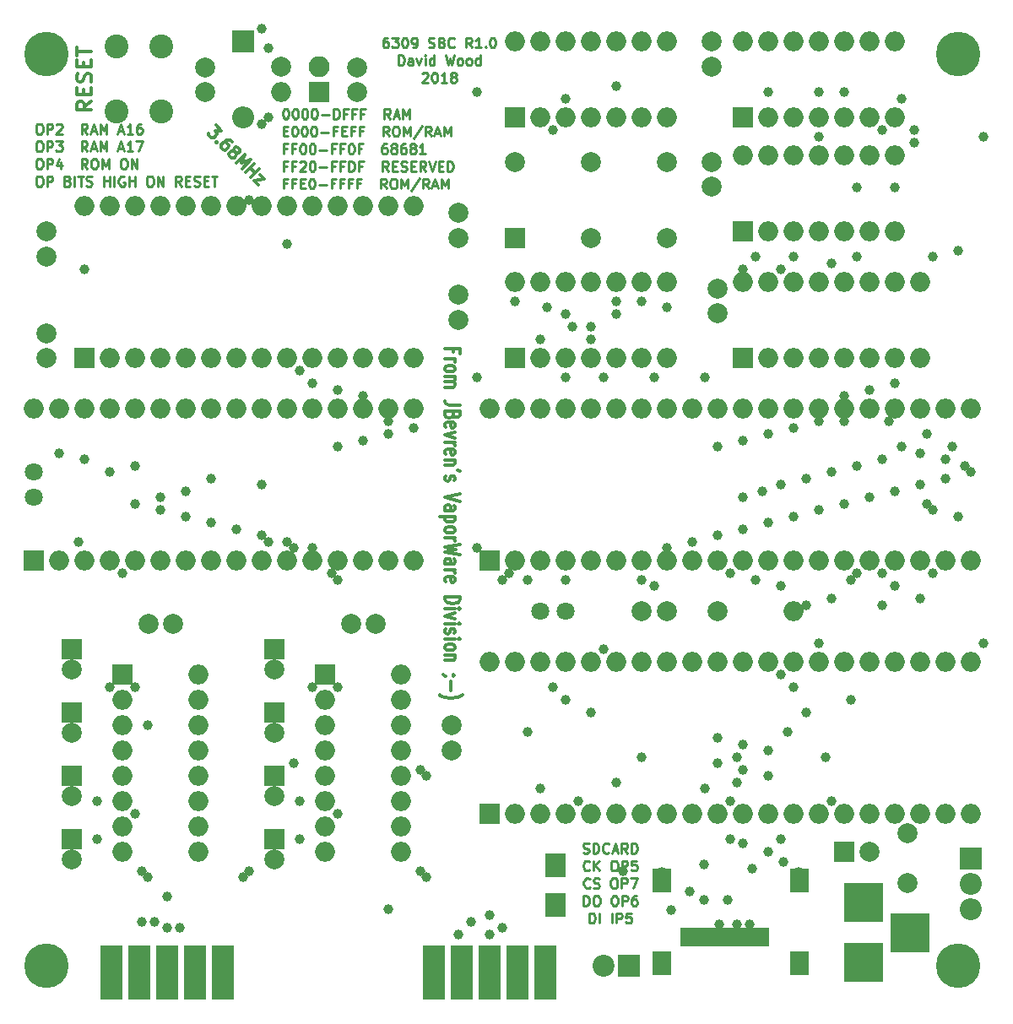
<source format=gbr>
G04 #@! TF.FileFunction,Soldermask,Top*
%FSLAX46Y46*%
G04 Gerber Fmt 4.6, Leading zero omitted, Abs format (unit mm)*
G04 Created by KiCad (PCBNEW 4.0.7-e2-6376~58~ubuntu16.04.1) date Tue Jul 31 10:43:38 2018*
%MOMM*%
%LPD*%
G01*
G04 APERTURE LIST*
%ADD10C,0.100000*%
%ADD11C,0.300000*%
%ADD12C,0.250000*%
%ADD13R,2.100000X2.400000*%
%ADD14R,2.000000X2.000000*%
%ADD15O,2.000000X2.000000*%
%ADD16R,1.200000X1.900000*%
%ADD17R,1.850000X2.400000*%
%ADD18R,2.180000X5.480000*%
%ADD19C,2.000000*%
%ADD20R,3.900000X3.900000*%
%ADD21C,2.400000*%
%ADD22R,2.200000X2.200000*%
%ADD23O,2.200000X2.200000*%
%ADD24C,4.464000*%
%ADD25R,2.100000X2.100000*%
%ADD26O,2.100000X2.100000*%
%ADD27C,1.800000*%
%ADD28C,2.200000*%
%ADD29C,1.000000*%
G04 APERTURE END LIST*
D10*
D11*
X151237143Y-70535714D02*
X151237143Y-70135714D01*
X150451429Y-70135714D02*
X151951429Y-70135714D01*
X151951429Y-70707143D01*
X150451429Y-71164285D02*
X151451429Y-71164285D01*
X151165714Y-71164285D02*
X151308571Y-71221428D01*
X151380000Y-71278571D01*
X151451429Y-71392857D01*
X151451429Y-71507142D01*
X150451429Y-72078571D02*
X150522857Y-71964285D01*
X150594286Y-71907142D01*
X150737143Y-71849999D01*
X151165714Y-71849999D01*
X151308571Y-71907142D01*
X151380000Y-71964285D01*
X151451429Y-72078571D01*
X151451429Y-72249999D01*
X151380000Y-72364285D01*
X151308571Y-72421428D01*
X151165714Y-72478571D01*
X150737143Y-72478571D01*
X150594286Y-72421428D01*
X150522857Y-72364285D01*
X150451429Y-72249999D01*
X150451429Y-72078571D01*
X150451429Y-72992856D02*
X151451429Y-72992856D01*
X151308571Y-72992856D02*
X151380000Y-73049999D01*
X151451429Y-73164285D01*
X151451429Y-73335713D01*
X151380000Y-73449999D01*
X151237143Y-73507142D01*
X150451429Y-73507142D01*
X151237143Y-73507142D02*
X151380000Y-73564285D01*
X151451429Y-73678571D01*
X151451429Y-73849999D01*
X151380000Y-73964285D01*
X151237143Y-74021428D01*
X150451429Y-74021428D01*
X151951429Y-75849999D02*
X150880000Y-75849999D01*
X150665714Y-75792857D01*
X150522857Y-75678571D01*
X150451429Y-75507142D01*
X150451429Y-75392857D01*
X151237143Y-76821428D02*
X151165714Y-76992857D01*
X151094286Y-77050000D01*
X150951429Y-77107143D01*
X150737143Y-77107143D01*
X150594286Y-77050000D01*
X150522857Y-76992857D01*
X150451429Y-76878571D01*
X150451429Y-76421428D01*
X151951429Y-76421428D01*
X151951429Y-76821428D01*
X151880000Y-76935714D01*
X151808571Y-76992857D01*
X151665714Y-77050000D01*
X151522857Y-77050000D01*
X151380000Y-76992857D01*
X151308571Y-76935714D01*
X151237143Y-76821428D01*
X151237143Y-76421428D01*
X150522857Y-78078571D02*
X150451429Y-77964285D01*
X150451429Y-77735714D01*
X150522857Y-77621428D01*
X150665714Y-77564285D01*
X151237143Y-77564285D01*
X151380000Y-77621428D01*
X151451429Y-77735714D01*
X151451429Y-77964285D01*
X151380000Y-78078571D01*
X151237143Y-78135714D01*
X151094286Y-78135714D01*
X150951429Y-77564285D01*
X151451429Y-78535714D02*
X150451429Y-78821428D01*
X151451429Y-79107142D01*
X150451429Y-79564285D02*
X151451429Y-79564285D01*
X151165714Y-79564285D02*
X151308571Y-79621428D01*
X151380000Y-79678571D01*
X151451429Y-79792857D01*
X151451429Y-79907142D01*
X150522857Y-80764285D02*
X150451429Y-80649999D01*
X150451429Y-80421428D01*
X150522857Y-80307142D01*
X150665714Y-80249999D01*
X151237143Y-80249999D01*
X151380000Y-80307142D01*
X151451429Y-80421428D01*
X151451429Y-80649999D01*
X151380000Y-80764285D01*
X151237143Y-80821428D01*
X151094286Y-80821428D01*
X150951429Y-80249999D01*
X151451429Y-81335713D02*
X150451429Y-81335713D01*
X151308571Y-81335713D02*
X151380000Y-81392856D01*
X151451429Y-81507142D01*
X151451429Y-81678570D01*
X151380000Y-81792856D01*
X151237143Y-81849999D01*
X150451429Y-81849999D01*
X151951429Y-82478570D02*
X151665714Y-82364284D01*
X150522857Y-82935713D02*
X150451429Y-83049999D01*
X150451429Y-83278571D01*
X150522857Y-83392856D01*
X150665714Y-83449999D01*
X150737143Y-83449999D01*
X150880000Y-83392856D01*
X150951429Y-83278571D01*
X150951429Y-83107142D01*
X151022857Y-82992856D01*
X151165714Y-82935713D01*
X151237143Y-82935713D01*
X151380000Y-82992856D01*
X151451429Y-83107142D01*
X151451429Y-83278571D01*
X151380000Y-83392856D01*
X151951429Y-84707143D02*
X150451429Y-85107143D01*
X151951429Y-85507143D01*
X150451429Y-86421428D02*
X151237143Y-86421428D01*
X151380000Y-86364285D01*
X151451429Y-86249999D01*
X151451429Y-86021428D01*
X151380000Y-85907142D01*
X150522857Y-86421428D02*
X150451429Y-86307142D01*
X150451429Y-86021428D01*
X150522857Y-85907142D01*
X150665714Y-85849999D01*
X150808571Y-85849999D01*
X150951429Y-85907142D01*
X151022857Y-86021428D01*
X151022857Y-86307142D01*
X151094286Y-86421428D01*
X151451429Y-86992856D02*
X149951429Y-86992856D01*
X151380000Y-86992856D02*
X151451429Y-87107142D01*
X151451429Y-87335713D01*
X151380000Y-87449999D01*
X151308571Y-87507142D01*
X151165714Y-87564285D01*
X150737143Y-87564285D01*
X150594286Y-87507142D01*
X150522857Y-87449999D01*
X150451429Y-87335713D01*
X150451429Y-87107142D01*
X150522857Y-86992856D01*
X150451429Y-88249999D02*
X150522857Y-88135713D01*
X150594286Y-88078570D01*
X150737143Y-88021427D01*
X151165714Y-88021427D01*
X151308571Y-88078570D01*
X151380000Y-88135713D01*
X151451429Y-88249999D01*
X151451429Y-88421427D01*
X151380000Y-88535713D01*
X151308571Y-88592856D01*
X151165714Y-88649999D01*
X150737143Y-88649999D01*
X150594286Y-88592856D01*
X150522857Y-88535713D01*
X150451429Y-88421427D01*
X150451429Y-88249999D01*
X150451429Y-89164284D02*
X151451429Y-89164284D01*
X151165714Y-89164284D02*
X151308571Y-89221427D01*
X151380000Y-89278570D01*
X151451429Y-89392856D01*
X151451429Y-89507141D01*
X151951429Y-89792856D02*
X150451429Y-90078570D01*
X151522857Y-90307141D01*
X150451429Y-90535713D01*
X151951429Y-90821427D01*
X150451429Y-91792856D02*
X151237143Y-91792856D01*
X151380000Y-91735713D01*
X151451429Y-91621427D01*
X151451429Y-91392856D01*
X151380000Y-91278570D01*
X150522857Y-91792856D02*
X150451429Y-91678570D01*
X150451429Y-91392856D01*
X150522857Y-91278570D01*
X150665714Y-91221427D01*
X150808571Y-91221427D01*
X150951429Y-91278570D01*
X151022857Y-91392856D01*
X151022857Y-91678570D01*
X151094286Y-91792856D01*
X150451429Y-92364284D02*
X151451429Y-92364284D01*
X151165714Y-92364284D02*
X151308571Y-92421427D01*
X151380000Y-92478570D01*
X151451429Y-92592856D01*
X151451429Y-92707141D01*
X150522857Y-93564284D02*
X150451429Y-93449998D01*
X150451429Y-93221427D01*
X150522857Y-93107141D01*
X150665714Y-93049998D01*
X151237143Y-93049998D01*
X151380000Y-93107141D01*
X151451429Y-93221427D01*
X151451429Y-93449998D01*
X151380000Y-93564284D01*
X151237143Y-93621427D01*
X151094286Y-93621427D01*
X150951429Y-93049998D01*
X150451429Y-95049998D02*
X151951429Y-95049998D01*
X151951429Y-95335713D01*
X151880000Y-95507141D01*
X151737143Y-95621427D01*
X151594286Y-95678570D01*
X151308571Y-95735713D01*
X151094286Y-95735713D01*
X150808571Y-95678570D01*
X150665714Y-95621427D01*
X150522857Y-95507141D01*
X150451429Y-95335713D01*
X150451429Y-95049998D01*
X150451429Y-96249998D02*
X151451429Y-96249998D01*
X151951429Y-96249998D02*
X151880000Y-96192855D01*
X151808571Y-96249998D01*
X151880000Y-96307141D01*
X151951429Y-96249998D01*
X151808571Y-96249998D01*
X151451429Y-96707142D02*
X150451429Y-96992856D01*
X151451429Y-97278570D01*
X150451429Y-97735713D02*
X151451429Y-97735713D01*
X151951429Y-97735713D02*
X151880000Y-97678570D01*
X151808571Y-97735713D01*
X151880000Y-97792856D01*
X151951429Y-97735713D01*
X151808571Y-97735713D01*
X150522857Y-98249999D02*
X150451429Y-98364285D01*
X150451429Y-98592857D01*
X150522857Y-98707142D01*
X150665714Y-98764285D01*
X150737143Y-98764285D01*
X150880000Y-98707142D01*
X150951429Y-98592857D01*
X150951429Y-98421428D01*
X151022857Y-98307142D01*
X151165714Y-98249999D01*
X151237143Y-98249999D01*
X151380000Y-98307142D01*
X151451429Y-98421428D01*
X151451429Y-98592857D01*
X151380000Y-98707142D01*
X150451429Y-99278571D02*
X151451429Y-99278571D01*
X151951429Y-99278571D02*
X151880000Y-99221428D01*
X151808571Y-99278571D01*
X151880000Y-99335714D01*
X151951429Y-99278571D01*
X151808571Y-99278571D01*
X150451429Y-100021429D02*
X150522857Y-99907143D01*
X150594286Y-99850000D01*
X150737143Y-99792857D01*
X151165714Y-99792857D01*
X151308571Y-99850000D01*
X151380000Y-99907143D01*
X151451429Y-100021429D01*
X151451429Y-100192857D01*
X151380000Y-100307143D01*
X151308571Y-100364286D01*
X151165714Y-100421429D01*
X150737143Y-100421429D01*
X150594286Y-100364286D01*
X150522857Y-100307143D01*
X150451429Y-100192857D01*
X150451429Y-100021429D01*
X151451429Y-100935714D02*
X150451429Y-100935714D01*
X151308571Y-100935714D02*
X151380000Y-100992857D01*
X151451429Y-101107143D01*
X151451429Y-101278571D01*
X151380000Y-101392857D01*
X151237143Y-101450000D01*
X150451429Y-101450000D01*
X150522857Y-102992857D02*
X150451429Y-102992857D01*
X150308571Y-102935714D01*
X150237143Y-102878571D01*
X151380000Y-102935714D02*
X151308571Y-102992857D01*
X151237143Y-102935714D01*
X151308571Y-102878571D01*
X151380000Y-102935714D01*
X151237143Y-102935714D01*
X151022857Y-103507143D02*
X151022857Y-104421429D01*
X149880000Y-104878572D02*
X149951429Y-104935714D01*
X150165714Y-105050000D01*
X150308571Y-105107143D01*
X150522857Y-105164286D01*
X150880000Y-105221429D01*
X151165714Y-105221429D01*
X151522857Y-105164286D01*
X151737143Y-105107143D01*
X151880000Y-105050000D01*
X152094286Y-104935714D01*
X152165714Y-104878572D01*
D12*
X164290714Y-120729762D02*
X164433571Y-120777381D01*
X164671667Y-120777381D01*
X164766905Y-120729762D01*
X164814524Y-120682143D01*
X164862143Y-120586905D01*
X164862143Y-120491667D01*
X164814524Y-120396429D01*
X164766905Y-120348810D01*
X164671667Y-120301190D01*
X164481190Y-120253571D01*
X164385952Y-120205952D01*
X164338333Y-120158333D01*
X164290714Y-120063095D01*
X164290714Y-119967857D01*
X164338333Y-119872619D01*
X164385952Y-119825000D01*
X164481190Y-119777381D01*
X164719286Y-119777381D01*
X164862143Y-119825000D01*
X165290714Y-120777381D02*
X165290714Y-119777381D01*
X165528809Y-119777381D01*
X165671667Y-119825000D01*
X165766905Y-119920238D01*
X165814524Y-120015476D01*
X165862143Y-120205952D01*
X165862143Y-120348810D01*
X165814524Y-120539286D01*
X165766905Y-120634524D01*
X165671667Y-120729762D01*
X165528809Y-120777381D01*
X165290714Y-120777381D01*
X166862143Y-120682143D02*
X166814524Y-120729762D01*
X166671667Y-120777381D01*
X166576429Y-120777381D01*
X166433571Y-120729762D01*
X166338333Y-120634524D01*
X166290714Y-120539286D01*
X166243095Y-120348810D01*
X166243095Y-120205952D01*
X166290714Y-120015476D01*
X166338333Y-119920238D01*
X166433571Y-119825000D01*
X166576429Y-119777381D01*
X166671667Y-119777381D01*
X166814524Y-119825000D01*
X166862143Y-119872619D01*
X167243095Y-120491667D02*
X167719286Y-120491667D01*
X167147857Y-120777381D02*
X167481190Y-119777381D01*
X167814524Y-120777381D01*
X168719286Y-120777381D02*
X168385952Y-120301190D01*
X168147857Y-120777381D02*
X168147857Y-119777381D01*
X168528810Y-119777381D01*
X168624048Y-119825000D01*
X168671667Y-119872619D01*
X168719286Y-119967857D01*
X168719286Y-120110714D01*
X168671667Y-120205952D01*
X168624048Y-120253571D01*
X168528810Y-120301190D01*
X168147857Y-120301190D01*
X169147857Y-120777381D02*
X169147857Y-119777381D01*
X169385952Y-119777381D01*
X169528810Y-119825000D01*
X169624048Y-119920238D01*
X169671667Y-120015476D01*
X169719286Y-120205952D01*
X169719286Y-120348810D01*
X169671667Y-120539286D01*
X169624048Y-120634524D01*
X169528810Y-120729762D01*
X169385952Y-120777381D01*
X169147857Y-120777381D01*
X164933572Y-122432143D02*
X164885953Y-122479762D01*
X164743096Y-122527381D01*
X164647858Y-122527381D01*
X164505000Y-122479762D01*
X164409762Y-122384524D01*
X164362143Y-122289286D01*
X164314524Y-122098810D01*
X164314524Y-121955952D01*
X164362143Y-121765476D01*
X164409762Y-121670238D01*
X164505000Y-121575000D01*
X164647858Y-121527381D01*
X164743096Y-121527381D01*
X164885953Y-121575000D01*
X164933572Y-121622619D01*
X165362143Y-122527381D02*
X165362143Y-121527381D01*
X165933572Y-122527381D02*
X165505000Y-121955952D01*
X165933572Y-121527381D02*
X165362143Y-122098810D01*
X167314524Y-121527381D02*
X167505001Y-121527381D01*
X167600239Y-121575000D01*
X167695477Y-121670238D01*
X167743096Y-121860714D01*
X167743096Y-122194048D01*
X167695477Y-122384524D01*
X167600239Y-122479762D01*
X167505001Y-122527381D01*
X167314524Y-122527381D01*
X167219286Y-122479762D01*
X167124048Y-122384524D01*
X167076429Y-122194048D01*
X167076429Y-121860714D01*
X167124048Y-121670238D01*
X167219286Y-121575000D01*
X167314524Y-121527381D01*
X168171667Y-122527381D02*
X168171667Y-121527381D01*
X168552620Y-121527381D01*
X168647858Y-121575000D01*
X168695477Y-121622619D01*
X168743096Y-121717857D01*
X168743096Y-121860714D01*
X168695477Y-121955952D01*
X168647858Y-122003571D01*
X168552620Y-122051190D01*
X168171667Y-122051190D01*
X169647858Y-121527381D02*
X169171667Y-121527381D01*
X169124048Y-122003571D01*
X169171667Y-121955952D01*
X169266905Y-121908333D01*
X169505001Y-121908333D01*
X169600239Y-121955952D01*
X169647858Y-122003571D01*
X169695477Y-122098810D01*
X169695477Y-122336905D01*
X169647858Y-122432143D01*
X169600239Y-122479762D01*
X169505001Y-122527381D01*
X169266905Y-122527381D01*
X169171667Y-122479762D01*
X169124048Y-122432143D01*
X164957381Y-124182143D02*
X164909762Y-124229762D01*
X164766905Y-124277381D01*
X164671667Y-124277381D01*
X164528809Y-124229762D01*
X164433571Y-124134524D01*
X164385952Y-124039286D01*
X164338333Y-123848810D01*
X164338333Y-123705952D01*
X164385952Y-123515476D01*
X164433571Y-123420238D01*
X164528809Y-123325000D01*
X164671667Y-123277381D01*
X164766905Y-123277381D01*
X164909762Y-123325000D01*
X164957381Y-123372619D01*
X165338333Y-124229762D02*
X165481190Y-124277381D01*
X165719286Y-124277381D01*
X165814524Y-124229762D01*
X165862143Y-124182143D01*
X165909762Y-124086905D01*
X165909762Y-123991667D01*
X165862143Y-123896429D01*
X165814524Y-123848810D01*
X165719286Y-123801190D01*
X165528809Y-123753571D01*
X165433571Y-123705952D01*
X165385952Y-123658333D01*
X165338333Y-123563095D01*
X165338333Y-123467857D01*
X165385952Y-123372619D01*
X165433571Y-123325000D01*
X165528809Y-123277381D01*
X165766905Y-123277381D01*
X165909762Y-123325000D01*
X167290714Y-123277381D02*
X167481191Y-123277381D01*
X167576429Y-123325000D01*
X167671667Y-123420238D01*
X167719286Y-123610714D01*
X167719286Y-123944048D01*
X167671667Y-124134524D01*
X167576429Y-124229762D01*
X167481191Y-124277381D01*
X167290714Y-124277381D01*
X167195476Y-124229762D01*
X167100238Y-124134524D01*
X167052619Y-123944048D01*
X167052619Y-123610714D01*
X167100238Y-123420238D01*
X167195476Y-123325000D01*
X167290714Y-123277381D01*
X168147857Y-124277381D02*
X168147857Y-123277381D01*
X168528810Y-123277381D01*
X168624048Y-123325000D01*
X168671667Y-123372619D01*
X168719286Y-123467857D01*
X168719286Y-123610714D01*
X168671667Y-123705952D01*
X168624048Y-123753571D01*
X168528810Y-123801190D01*
X168147857Y-123801190D01*
X169052619Y-123277381D02*
X169719286Y-123277381D01*
X169290714Y-124277381D01*
X164338333Y-126027381D02*
X164338333Y-125027381D01*
X164576428Y-125027381D01*
X164719286Y-125075000D01*
X164814524Y-125170238D01*
X164862143Y-125265476D01*
X164909762Y-125455952D01*
X164909762Y-125598810D01*
X164862143Y-125789286D01*
X164814524Y-125884524D01*
X164719286Y-125979762D01*
X164576428Y-126027381D01*
X164338333Y-126027381D01*
X165528809Y-125027381D02*
X165719286Y-125027381D01*
X165814524Y-125075000D01*
X165909762Y-125170238D01*
X165957381Y-125360714D01*
X165957381Y-125694048D01*
X165909762Y-125884524D01*
X165814524Y-125979762D01*
X165719286Y-126027381D01*
X165528809Y-126027381D01*
X165433571Y-125979762D01*
X165338333Y-125884524D01*
X165290714Y-125694048D01*
X165290714Y-125360714D01*
X165338333Y-125170238D01*
X165433571Y-125075000D01*
X165528809Y-125027381D01*
X167338333Y-125027381D02*
X167528810Y-125027381D01*
X167624048Y-125075000D01*
X167719286Y-125170238D01*
X167766905Y-125360714D01*
X167766905Y-125694048D01*
X167719286Y-125884524D01*
X167624048Y-125979762D01*
X167528810Y-126027381D01*
X167338333Y-126027381D01*
X167243095Y-125979762D01*
X167147857Y-125884524D01*
X167100238Y-125694048D01*
X167100238Y-125360714D01*
X167147857Y-125170238D01*
X167243095Y-125075000D01*
X167338333Y-125027381D01*
X168195476Y-126027381D02*
X168195476Y-125027381D01*
X168576429Y-125027381D01*
X168671667Y-125075000D01*
X168719286Y-125122619D01*
X168766905Y-125217857D01*
X168766905Y-125360714D01*
X168719286Y-125455952D01*
X168671667Y-125503571D01*
X168576429Y-125551190D01*
X168195476Y-125551190D01*
X169624048Y-125027381D02*
X169433571Y-125027381D01*
X169338333Y-125075000D01*
X169290714Y-125122619D01*
X169195476Y-125265476D01*
X169147857Y-125455952D01*
X169147857Y-125836905D01*
X169195476Y-125932143D01*
X169243095Y-125979762D01*
X169338333Y-126027381D01*
X169528810Y-126027381D01*
X169624048Y-125979762D01*
X169671667Y-125932143D01*
X169719286Y-125836905D01*
X169719286Y-125598810D01*
X169671667Y-125503571D01*
X169624048Y-125455952D01*
X169528810Y-125408333D01*
X169338333Y-125408333D01*
X169243095Y-125455952D01*
X169195476Y-125503571D01*
X169147857Y-125598810D01*
X164909762Y-127777381D02*
X164909762Y-126777381D01*
X165147857Y-126777381D01*
X165290715Y-126825000D01*
X165385953Y-126920238D01*
X165433572Y-127015476D01*
X165481191Y-127205952D01*
X165481191Y-127348810D01*
X165433572Y-127539286D01*
X165385953Y-127634524D01*
X165290715Y-127729762D01*
X165147857Y-127777381D01*
X164909762Y-127777381D01*
X165909762Y-127777381D02*
X165909762Y-126777381D01*
X167147857Y-127777381D02*
X167147857Y-126777381D01*
X167624047Y-127777381D02*
X167624047Y-126777381D01*
X168005000Y-126777381D01*
X168100238Y-126825000D01*
X168147857Y-126872619D01*
X168195476Y-126967857D01*
X168195476Y-127110714D01*
X168147857Y-127205952D01*
X168100238Y-127253571D01*
X168005000Y-127301190D01*
X167624047Y-127301190D01*
X169100238Y-126777381D02*
X168624047Y-126777381D01*
X168576428Y-127253571D01*
X168624047Y-127205952D01*
X168719285Y-127158333D01*
X168957381Y-127158333D01*
X169052619Y-127205952D01*
X169100238Y-127253571D01*
X169147857Y-127348810D01*
X169147857Y-127586905D01*
X169100238Y-127682143D01*
X169052619Y-127729762D01*
X168957381Y-127777381D01*
X168719285Y-127777381D01*
X168624047Y-127729762D01*
X168576428Y-127682143D01*
D11*
X127438883Y-47769543D02*
X127964162Y-48294822D01*
X127358071Y-48335228D01*
X127479289Y-48456446D01*
X127519695Y-48577665D01*
X127519695Y-48658477D01*
X127479289Y-48779695D01*
X127277258Y-48981726D01*
X127156040Y-49022131D01*
X127075228Y-49022131D01*
X126954009Y-48981725D01*
X126711573Y-48739289D01*
X126671167Y-48618070D01*
X126671167Y-48537258D01*
X127560101Y-49426192D02*
X127560101Y-49507004D01*
X127479289Y-49507004D01*
X127479289Y-49426192D01*
X127560101Y-49426192D01*
X127479289Y-49507004D01*
X129095533Y-49426193D02*
X128933909Y-49264569D01*
X128812690Y-49224162D01*
X128731878Y-49224162D01*
X128529848Y-49264568D01*
X128327817Y-49385786D01*
X128004568Y-49709035D01*
X127964162Y-49830253D01*
X127964162Y-49911066D01*
X128004569Y-50032284D01*
X128166193Y-50193908D01*
X128287411Y-50234315D01*
X128368224Y-50234315D01*
X128489442Y-50193909D01*
X128691473Y-49991878D01*
X128731878Y-49870660D01*
X128731878Y-49789848D01*
X128691472Y-49668629D01*
X128529848Y-49507005D01*
X128408629Y-49466599D01*
X128327817Y-49466599D01*
X128206599Y-49507004D01*
X129297563Y-50355533D02*
X129257157Y-50234315D01*
X129257157Y-50153502D01*
X129297563Y-50032284D01*
X129337969Y-49991878D01*
X129459188Y-49951472D01*
X129540000Y-49951472D01*
X129661219Y-49991878D01*
X129822843Y-50153502D01*
X129863249Y-50274721D01*
X129863249Y-50355533D01*
X129822843Y-50476752D01*
X129782437Y-50517157D01*
X129661219Y-50557563D01*
X129580406Y-50557563D01*
X129459188Y-50517157D01*
X129297563Y-50355533D01*
X129176345Y-50315127D01*
X129095532Y-50315127D01*
X128974315Y-50355532D01*
X128812690Y-50517157D01*
X128772284Y-50638375D01*
X128772284Y-50719188D01*
X128812690Y-50840406D01*
X128974315Y-51002030D01*
X129095533Y-51042437D01*
X129176346Y-51042437D01*
X129297563Y-51002031D01*
X129459188Y-50840406D01*
X129499594Y-50719188D01*
X129499594Y-50638376D01*
X129459188Y-50517157D01*
X129499594Y-51527310D02*
X130348122Y-50678781D01*
X130024873Y-51567716D01*
X130913807Y-51244467D01*
X130065279Y-52092995D01*
X130469341Y-52497056D02*
X131317869Y-51648528D01*
X130913807Y-52052589D02*
X131398681Y-52537463D01*
X130954214Y-52981930D02*
X131802742Y-52133402D01*
X131843149Y-52739493D02*
X132287615Y-53183960D01*
X131277463Y-53305179D01*
X131721930Y-53749646D01*
X114978571Y-45358571D02*
X114264286Y-45858571D01*
X114978571Y-46215714D02*
X113478571Y-46215714D01*
X113478571Y-45644286D01*
X113550000Y-45501428D01*
X113621429Y-45430000D01*
X113764286Y-45358571D01*
X113978571Y-45358571D01*
X114121429Y-45430000D01*
X114192857Y-45501428D01*
X114264286Y-45644286D01*
X114264286Y-46215714D01*
X114192857Y-44715714D02*
X114192857Y-44215714D01*
X114978571Y-44001428D02*
X114978571Y-44715714D01*
X113478571Y-44715714D01*
X113478571Y-44001428D01*
X114907143Y-43430000D02*
X114978571Y-43215714D01*
X114978571Y-42858571D01*
X114907143Y-42715714D01*
X114835714Y-42644285D01*
X114692857Y-42572857D01*
X114550000Y-42572857D01*
X114407143Y-42644285D01*
X114335714Y-42715714D01*
X114264286Y-42858571D01*
X114192857Y-43144285D01*
X114121429Y-43287143D01*
X114050000Y-43358571D01*
X113907143Y-43430000D01*
X113764286Y-43430000D01*
X113621429Y-43358571D01*
X113550000Y-43287143D01*
X113478571Y-43144285D01*
X113478571Y-42787143D01*
X113550000Y-42572857D01*
X114192857Y-41930000D02*
X114192857Y-41430000D01*
X114978571Y-41215714D02*
X114978571Y-41930000D01*
X113478571Y-41930000D01*
X113478571Y-41215714D01*
X113478571Y-40787143D02*
X113478571Y-39930000D01*
X114978571Y-40358571D02*
X113478571Y-40358571D01*
D12*
X134413571Y-46117381D02*
X134508810Y-46117381D01*
X134604048Y-46165000D01*
X134651667Y-46212619D01*
X134699286Y-46307857D01*
X134746905Y-46498333D01*
X134746905Y-46736429D01*
X134699286Y-46926905D01*
X134651667Y-47022143D01*
X134604048Y-47069762D01*
X134508810Y-47117381D01*
X134413571Y-47117381D01*
X134318333Y-47069762D01*
X134270714Y-47022143D01*
X134223095Y-46926905D01*
X134175476Y-46736429D01*
X134175476Y-46498333D01*
X134223095Y-46307857D01*
X134270714Y-46212619D01*
X134318333Y-46165000D01*
X134413571Y-46117381D01*
X135365952Y-46117381D02*
X135461191Y-46117381D01*
X135556429Y-46165000D01*
X135604048Y-46212619D01*
X135651667Y-46307857D01*
X135699286Y-46498333D01*
X135699286Y-46736429D01*
X135651667Y-46926905D01*
X135604048Y-47022143D01*
X135556429Y-47069762D01*
X135461191Y-47117381D01*
X135365952Y-47117381D01*
X135270714Y-47069762D01*
X135223095Y-47022143D01*
X135175476Y-46926905D01*
X135127857Y-46736429D01*
X135127857Y-46498333D01*
X135175476Y-46307857D01*
X135223095Y-46212619D01*
X135270714Y-46165000D01*
X135365952Y-46117381D01*
X136318333Y-46117381D02*
X136413572Y-46117381D01*
X136508810Y-46165000D01*
X136556429Y-46212619D01*
X136604048Y-46307857D01*
X136651667Y-46498333D01*
X136651667Y-46736429D01*
X136604048Y-46926905D01*
X136556429Y-47022143D01*
X136508810Y-47069762D01*
X136413572Y-47117381D01*
X136318333Y-47117381D01*
X136223095Y-47069762D01*
X136175476Y-47022143D01*
X136127857Y-46926905D01*
X136080238Y-46736429D01*
X136080238Y-46498333D01*
X136127857Y-46307857D01*
X136175476Y-46212619D01*
X136223095Y-46165000D01*
X136318333Y-46117381D01*
X137270714Y-46117381D02*
X137365953Y-46117381D01*
X137461191Y-46165000D01*
X137508810Y-46212619D01*
X137556429Y-46307857D01*
X137604048Y-46498333D01*
X137604048Y-46736429D01*
X137556429Y-46926905D01*
X137508810Y-47022143D01*
X137461191Y-47069762D01*
X137365953Y-47117381D01*
X137270714Y-47117381D01*
X137175476Y-47069762D01*
X137127857Y-47022143D01*
X137080238Y-46926905D01*
X137032619Y-46736429D01*
X137032619Y-46498333D01*
X137080238Y-46307857D01*
X137127857Y-46212619D01*
X137175476Y-46165000D01*
X137270714Y-46117381D01*
X138032619Y-46736429D02*
X138794524Y-46736429D01*
X139270714Y-47117381D02*
X139270714Y-46117381D01*
X139508809Y-46117381D01*
X139651667Y-46165000D01*
X139746905Y-46260238D01*
X139794524Y-46355476D01*
X139842143Y-46545952D01*
X139842143Y-46688810D01*
X139794524Y-46879286D01*
X139746905Y-46974524D01*
X139651667Y-47069762D01*
X139508809Y-47117381D01*
X139270714Y-47117381D01*
X140604048Y-46593571D02*
X140270714Y-46593571D01*
X140270714Y-47117381D02*
X140270714Y-46117381D01*
X140746905Y-46117381D01*
X141461191Y-46593571D02*
X141127857Y-46593571D01*
X141127857Y-47117381D02*
X141127857Y-46117381D01*
X141604048Y-46117381D01*
X142318334Y-46593571D02*
X141985000Y-46593571D01*
X141985000Y-47117381D02*
X141985000Y-46117381D01*
X142461191Y-46117381D01*
X144937382Y-47117381D02*
X144604048Y-46641190D01*
X144365953Y-47117381D02*
X144365953Y-46117381D01*
X144746906Y-46117381D01*
X144842144Y-46165000D01*
X144889763Y-46212619D01*
X144937382Y-46307857D01*
X144937382Y-46450714D01*
X144889763Y-46545952D01*
X144842144Y-46593571D01*
X144746906Y-46641190D01*
X144365953Y-46641190D01*
X145318334Y-46831667D02*
X145794525Y-46831667D01*
X145223096Y-47117381D02*
X145556429Y-46117381D01*
X145889763Y-47117381D01*
X146223096Y-47117381D02*
X146223096Y-46117381D01*
X146556430Y-46831667D01*
X146889763Y-46117381D01*
X146889763Y-47117381D01*
X134223095Y-48343571D02*
X134556429Y-48343571D01*
X134699286Y-48867381D02*
X134223095Y-48867381D01*
X134223095Y-47867381D01*
X134699286Y-47867381D01*
X135318333Y-47867381D02*
X135413572Y-47867381D01*
X135508810Y-47915000D01*
X135556429Y-47962619D01*
X135604048Y-48057857D01*
X135651667Y-48248333D01*
X135651667Y-48486429D01*
X135604048Y-48676905D01*
X135556429Y-48772143D01*
X135508810Y-48819762D01*
X135413572Y-48867381D01*
X135318333Y-48867381D01*
X135223095Y-48819762D01*
X135175476Y-48772143D01*
X135127857Y-48676905D01*
X135080238Y-48486429D01*
X135080238Y-48248333D01*
X135127857Y-48057857D01*
X135175476Y-47962619D01*
X135223095Y-47915000D01*
X135318333Y-47867381D01*
X136270714Y-47867381D02*
X136365953Y-47867381D01*
X136461191Y-47915000D01*
X136508810Y-47962619D01*
X136556429Y-48057857D01*
X136604048Y-48248333D01*
X136604048Y-48486429D01*
X136556429Y-48676905D01*
X136508810Y-48772143D01*
X136461191Y-48819762D01*
X136365953Y-48867381D01*
X136270714Y-48867381D01*
X136175476Y-48819762D01*
X136127857Y-48772143D01*
X136080238Y-48676905D01*
X136032619Y-48486429D01*
X136032619Y-48248333D01*
X136080238Y-48057857D01*
X136127857Y-47962619D01*
X136175476Y-47915000D01*
X136270714Y-47867381D01*
X137223095Y-47867381D02*
X137318334Y-47867381D01*
X137413572Y-47915000D01*
X137461191Y-47962619D01*
X137508810Y-48057857D01*
X137556429Y-48248333D01*
X137556429Y-48486429D01*
X137508810Y-48676905D01*
X137461191Y-48772143D01*
X137413572Y-48819762D01*
X137318334Y-48867381D01*
X137223095Y-48867381D01*
X137127857Y-48819762D01*
X137080238Y-48772143D01*
X137032619Y-48676905D01*
X136985000Y-48486429D01*
X136985000Y-48248333D01*
X137032619Y-48057857D01*
X137080238Y-47962619D01*
X137127857Y-47915000D01*
X137223095Y-47867381D01*
X137985000Y-48486429D02*
X138746905Y-48486429D01*
X139556429Y-48343571D02*
X139223095Y-48343571D01*
X139223095Y-48867381D02*
X139223095Y-47867381D01*
X139699286Y-47867381D01*
X140080238Y-48343571D02*
X140413572Y-48343571D01*
X140556429Y-48867381D02*
X140080238Y-48867381D01*
X140080238Y-47867381D01*
X140556429Y-47867381D01*
X141318334Y-48343571D02*
X140985000Y-48343571D01*
X140985000Y-48867381D02*
X140985000Y-47867381D01*
X141461191Y-47867381D01*
X142175477Y-48343571D02*
X141842143Y-48343571D01*
X141842143Y-48867381D02*
X141842143Y-47867381D01*
X142318334Y-47867381D01*
X144794525Y-48867381D02*
X144461191Y-48391190D01*
X144223096Y-48867381D02*
X144223096Y-47867381D01*
X144604049Y-47867381D01*
X144699287Y-47915000D01*
X144746906Y-47962619D01*
X144794525Y-48057857D01*
X144794525Y-48200714D01*
X144746906Y-48295952D01*
X144699287Y-48343571D01*
X144604049Y-48391190D01*
X144223096Y-48391190D01*
X145413572Y-47867381D02*
X145604049Y-47867381D01*
X145699287Y-47915000D01*
X145794525Y-48010238D01*
X145842144Y-48200714D01*
X145842144Y-48534048D01*
X145794525Y-48724524D01*
X145699287Y-48819762D01*
X145604049Y-48867381D01*
X145413572Y-48867381D01*
X145318334Y-48819762D01*
X145223096Y-48724524D01*
X145175477Y-48534048D01*
X145175477Y-48200714D01*
X145223096Y-48010238D01*
X145318334Y-47915000D01*
X145413572Y-47867381D01*
X146270715Y-48867381D02*
X146270715Y-47867381D01*
X146604049Y-48581667D01*
X146937382Y-47867381D01*
X146937382Y-48867381D01*
X148127858Y-47819762D02*
X147270715Y-49105476D01*
X149032620Y-48867381D02*
X148699286Y-48391190D01*
X148461191Y-48867381D02*
X148461191Y-47867381D01*
X148842144Y-47867381D01*
X148937382Y-47915000D01*
X148985001Y-47962619D01*
X149032620Y-48057857D01*
X149032620Y-48200714D01*
X148985001Y-48295952D01*
X148937382Y-48343571D01*
X148842144Y-48391190D01*
X148461191Y-48391190D01*
X149413572Y-48581667D02*
X149889763Y-48581667D01*
X149318334Y-48867381D02*
X149651667Y-47867381D01*
X149985001Y-48867381D01*
X150318334Y-48867381D02*
X150318334Y-47867381D01*
X150651668Y-48581667D01*
X150985001Y-47867381D01*
X150985001Y-48867381D01*
X134556429Y-50093571D02*
X134223095Y-50093571D01*
X134223095Y-50617381D02*
X134223095Y-49617381D01*
X134699286Y-49617381D01*
X135413572Y-50093571D02*
X135080238Y-50093571D01*
X135080238Y-50617381D02*
X135080238Y-49617381D01*
X135556429Y-49617381D01*
X136127857Y-49617381D02*
X136223096Y-49617381D01*
X136318334Y-49665000D01*
X136365953Y-49712619D01*
X136413572Y-49807857D01*
X136461191Y-49998333D01*
X136461191Y-50236429D01*
X136413572Y-50426905D01*
X136365953Y-50522143D01*
X136318334Y-50569762D01*
X136223096Y-50617381D01*
X136127857Y-50617381D01*
X136032619Y-50569762D01*
X135985000Y-50522143D01*
X135937381Y-50426905D01*
X135889762Y-50236429D01*
X135889762Y-49998333D01*
X135937381Y-49807857D01*
X135985000Y-49712619D01*
X136032619Y-49665000D01*
X136127857Y-49617381D01*
X137080238Y-49617381D02*
X137175477Y-49617381D01*
X137270715Y-49665000D01*
X137318334Y-49712619D01*
X137365953Y-49807857D01*
X137413572Y-49998333D01*
X137413572Y-50236429D01*
X137365953Y-50426905D01*
X137318334Y-50522143D01*
X137270715Y-50569762D01*
X137175477Y-50617381D01*
X137080238Y-50617381D01*
X136985000Y-50569762D01*
X136937381Y-50522143D01*
X136889762Y-50426905D01*
X136842143Y-50236429D01*
X136842143Y-49998333D01*
X136889762Y-49807857D01*
X136937381Y-49712619D01*
X136985000Y-49665000D01*
X137080238Y-49617381D01*
X137842143Y-50236429D02*
X138604048Y-50236429D01*
X139413572Y-50093571D02*
X139080238Y-50093571D01*
X139080238Y-50617381D02*
X139080238Y-49617381D01*
X139556429Y-49617381D01*
X140270715Y-50093571D02*
X139937381Y-50093571D01*
X139937381Y-50617381D02*
X139937381Y-49617381D01*
X140413572Y-49617381D01*
X140985000Y-49617381D02*
X141080239Y-49617381D01*
X141175477Y-49665000D01*
X141223096Y-49712619D01*
X141270715Y-49807857D01*
X141318334Y-49998333D01*
X141318334Y-50236429D01*
X141270715Y-50426905D01*
X141223096Y-50522143D01*
X141175477Y-50569762D01*
X141080239Y-50617381D01*
X140985000Y-50617381D01*
X140889762Y-50569762D01*
X140842143Y-50522143D01*
X140794524Y-50426905D01*
X140746905Y-50236429D01*
X140746905Y-49998333D01*
X140794524Y-49807857D01*
X140842143Y-49712619D01*
X140889762Y-49665000D01*
X140985000Y-49617381D01*
X142080239Y-50093571D02*
X141746905Y-50093571D01*
X141746905Y-50617381D02*
X141746905Y-49617381D01*
X142223096Y-49617381D01*
X144556430Y-49617381D02*
X144365953Y-49617381D01*
X144270715Y-49665000D01*
X144223096Y-49712619D01*
X144127858Y-49855476D01*
X144080239Y-50045952D01*
X144080239Y-50426905D01*
X144127858Y-50522143D01*
X144175477Y-50569762D01*
X144270715Y-50617381D01*
X144461192Y-50617381D01*
X144556430Y-50569762D01*
X144604049Y-50522143D01*
X144651668Y-50426905D01*
X144651668Y-50188810D01*
X144604049Y-50093571D01*
X144556430Y-50045952D01*
X144461192Y-49998333D01*
X144270715Y-49998333D01*
X144175477Y-50045952D01*
X144127858Y-50093571D01*
X144080239Y-50188810D01*
X145223096Y-50045952D02*
X145127858Y-49998333D01*
X145080239Y-49950714D01*
X145032620Y-49855476D01*
X145032620Y-49807857D01*
X145080239Y-49712619D01*
X145127858Y-49665000D01*
X145223096Y-49617381D01*
X145413573Y-49617381D01*
X145508811Y-49665000D01*
X145556430Y-49712619D01*
X145604049Y-49807857D01*
X145604049Y-49855476D01*
X145556430Y-49950714D01*
X145508811Y-49998333D01*
X145413573Y-50045952D01*
X145223096Y-50045952D01*
X145127858Y-50093571D01*
X145080239Y-50141190D01*
X145032620Y-50236429D01*
X145032620Y-50426905D01*
X145080239Y-50522143D01*
X145127858Y-50569762D01*
X145223096Y-50617381D01*
X145413573Y-50617381D01*
X145508811Y-50569762D01*
X145556430Y-50522143D01*
X145604049Y-50426905D01*
X145604049Y-50236429D01*
X145556430Y-50141190D01*
X145508811Y-50093571D01*
X145413573Y-50045952D01*
X146461192Y-49617381D02*
X146270715Y-49617381D01*
X146175477Y-49665000D01*
X146127858Y-49712619D01*
X146032620Y-49855476D01*
X145985001Y-50045952D01*
X145985001Y-50426905D01*
X146032620Y-50522143D01*
X146080239Y-50569762D01*
X146175477Y-50617381D01*
X146365954Y-50617381D01*
X146461192Y-50569762D01*
X146508811Y-50522143D01*
X146556430Y-50426905D01*
X146556430Y-50188810D01*
X146508811Y-50093571D01*
X146461192Y-50045952D01*
X146365954Y-49998333D01*
X146175477Y-49998333D01*
X146080239Y-50045952D01*
X146032620Y-50093571D01*
X145985001Y-50188810D01*
X147127858Y-50045952D02*
X147032620Y-49998333D01*
X146985001Y-49950714D01*
X146937382Y-49855476D01*
X146937382Y-49807857D01*
X146985001Y-49712619D01*
X147032620Y-49665000D01*
X147127858Y-49617381D01*
X147318335Y-49617381D01*
X147413573Y-49665000D01*
X147461192Y-49712619D01*
X147508811Y-49807857D01*
X147508811Y-49855476D01*
X147461192Y-49950714D01*
X147413573Y-49998333D01*
X147318335Y-50045952D01*
X147127858Y-50045952D01*
X147032620Y-50093571D01*
X146985001Y-50141190D01*
X146937382Y-50236429D01*
X146937382Y-50426905D01*
X146985001Y-50522143D01*
X147032620Y-50569762D01*
X147127858Y-50617381D01*
X147318335Y-50617381D01*
X147413573Y-50569762D01*
X147461192Y-50522143D01*
X147508811Y-50426905D01*
X147508811Y-50236429D01*
X147461192Y-50141190D01*
X147413573Y-50093571D01*
X147318335Y-50045952D01*
X148461192Y-50617381D02*
X147889763Y-50617381D01*
X148175477Y-50617381D02*
X148175477Y-49617381D01*
X148080239Y-49760238D01*
X147985001Y-49855476D01*
X147889763Y-49903095D01*
X134556429Y-51843571D02*
X134223095Y-51843571D01*
X134223095Y-52367381D02*
X134223095Y-51367381D01*
X134699286Y-51367381D01*
X135413572Y-51843571D02*
X135080238Y-51843571D01*
X135080238Y-52367381D02*
X135080238Y-51367381D01*
X135556429Y-51367381D01*
X135889762Y-51462619D02*
X135937381Y-51415000D01*
X136032619Y-51367381D01*
X136270715Y-51367381D01*
X136365953Y-51415000D01*
X136413572Y-51462619D01*
X136461191Y-51557857D01*
X136461191Y-51653095D01*
X136413572Y-51795952D01*
X135842143Y-52367381D01*
X136461191Y-52367381D01*
X137080238Y-51367381D02*
X137175477Y-51367381D01*
X137270715Y-51415000D01*
X137318334Y-51462619D01*
X137365953Y-51557857D01*
X137413572Y-51748333D01*
X137413572Y-51986429D01*
X137365953Y-52176905D01*
X137318334Y-52272143D01*
X137270715Y-52319762D01*
X137175477Y-52367381D01*
X137080238Y-52367381D01*
X136985000Y-52319762D01*
X136937381Y-52272143D01*
X136889762Y-52176905D01*
X136842143Y-51986429D01*
X136842143Y-51748333D01*
X136889762Y-51557857D01*
X136937381Y-51462619D01*
X136985000Y-51415000D01*
X137080238Y-51367381D01*
X137842143Y-51986429D02*
X138604048Y-51986429D01*
X139413572Y-51843571D02*
X139080238Y-51843571D01*
X139080238Y-52367381D02*
X139080238Y-51367381D01*
X139556429Y-51367381D01*
X140270715Y-51843571D02*
X139937381Y-51843571D01*
X139937381Y-52367381D02*
X139937381Y-51367381D01*
X140413572Y-51367381D01*
X140794524Y-52367381D02*
X140794524Y-51367381D01*
X141032619Y-51367381D01*
X141175477Y-51415000D01*
X141270715Y-51510238D01*
X141318334Y-51605476D01*
X141365953Y-51795952D01*
X141365953Y-51938810D01*
X141318334Y-52129286D01*
X141270715Y-52224524D01*
X141175477Y-52319762D01*
X141032619Y-52367381D01*
X140794524Y-52367381D01*
X142127858Y-51843571D02*
X141794524Y-51843571D01*
X141794524Y-52367381D02*
X141794524Y-51367381D01*
X142270715Y-51367381D01*
X144746906Y-52367381D02*
X144413572Y-51891190D01*
X144175477Y-52367381D02*
X144175477Y-51367381D01*
X144556430Y-51367381D01*
X144651668Y-51415000D01*
X144699287Y-51462619D01*
X144746906Y-51557857D01*
X144746906Y-51700714D01*
X144699287Y-51795952D01*
X144651668Y-51843571D01*
X144556430Y-51891190D01*
X144175477Y-51891190D01*
X145175477Y-51843571D02*
X145508811Y-51843571D01*
X145651668Y-52367381D02*
X145175477Y-52367381D01*
X145175477Y-51367381D01*
X145651668Y-51367381D01*
X146032620Y-52319762D02*
X146175477Y-52367381D01*
X146413573Y-52367381D01*
X146508811Y-52319762D01*
X146556430Y-52272143D01*
X146604049Y-52176905D01*
X146604049Y-52081667D01*
X146556430Y-51986429D01*
X146508811Y-51938810D01*
X146413573Y-51891190D01*
X146223096Y-51843571D01*
X146127858Y-51795952D01*
X146080239Y-51748333D01*
X146032620Y-51653095D01*
X146032620Y-51557857D01*
X146080239Y-51462619D01*
X146127858Y-51415000D01*
X146223096Y-51367381D01*
X146461192Y-51367381D01*
X146604049Y-51415000D01*
X147032620Y-51843571D02*
X147365954Y-51843571D01*
X147508811Y-52367381D02*
X147032620Y-52367381D01*
X147032620Y-51367381D01*
X147508811Y-51367381D01*
X148508811Y-52367381D02*
X148175477Y-51891190D01*
X147937382Y-52367381D02*
X147937382Y-51367381D01*
X148318335Y-51367381D01*
X148413573Y-51415000D01*
X148461192Y-51462619D01*
X148508811Y-51557857D01*
X148508811Y-51700714D01*
X148461192Y-51795952D01*
X148413573Y-51843571D01*
X148318335Y-51891190D01*
X147937382Y-51891190D01*
X148794525Y-51367381D02*
X149127858Y-52367381D01*
X149461192Y-51367381D01*
X149794525Y-51843571D02*
X150127859Y-51843571D01*
X150270716Y-52367381D02*
X149794525Y-52367381D01*
X149794525Y-51367381D01*
X150270716Y-51367381D01*
X150699287Y-52367381D02*
X150699287Y-51367381D01*
X150937382Y-51367381D01*
X151080240Y-51415000D01*
X151175478Y-51510238D01*
X151223097Y-51605476D01*
X151270716Y-51795952D01*
X151270716Y-51938810D01*
X151223097Y-52129286D01*
X151175478Y-52224524D01*
X151080240Y-52319762D01*
X150937382Y-52367381D01*
X150699287Y-52367381D01*
X134556429Y-53593571D02*
X134223095Y-53593571D01*
X134223095Y-54117381D02*
X134223095Y-53117381D01*
X134699286Y-53117381D01*
X135413572Y-53593571D02*
X135080238Y-53593571D01*
X135080238Y-54117381D02*
X135080238Y-53117381D01*
X135556429Y-53117381D01*
X135937381Y-53593571D02*
X136270715Y-53593571D01*
X136413572Y-54117381D02*
X135937381Y-54117381D01*
X135937381Y-53117381D01*
X136413572Y-53117381D01*
X137032619Y-53117381D02*
X137127858Y-53117381D01*
X137223096Y-53165000D01*
X137270715Y-53212619D01*
X137318334Y-53307857D01*
X137365953Y-53498333D01*
X137365953Y-53736429D01*
X137318334Y-53926905D01*
X137270715Y-54022143D01*
X137223096Y-54069762D01*
X137127858Y-54117381D01*
X137032619Y-54117381D01*
X136937381Y-54069762D01*
X136889762Y-54022143D01*
X136842143Y-53926905D01*
X136794524Y-53736429D01*
X136794524Y-53498333D01*
X136842143Y-53307857D01*
X136889762Y-53212619D01*
X136937381Y-53165000D01*
X137032619Y-53117381D01*
X137794524Y-53736429D02*
X138556429Y-53736429D01*
X139365953Y-53593571D02*
X139032619Y-53593571D01*
X139032619Y-54117381D02*
X139032619Y-53117381D01*
X139508810Y-53117381D01*
X140223096Y-53593571D02*
X139889762Y-53593571D01*
X139889762Y-54117381D02*
X139889762Y-53117381D01*
X140365953Y-53117381D01*
X141080239Y-53593571D02*
X140746905Y-53593571D01*
X140746905Y-54117381D02*
X140746905Y-53117381D01*
X141223096Y-53117381D01*
X141937382Y-53593571D02*
X141604048Y-53593571D01*
X141604048Y-54117381D02*
X141604048Y-53117381D01*
X142080239Y-53117381D01*
X144556430Y-54117381D02*
X144223096Y-53641190D01*
X143985001Y-54117381D02*
X143985001Y-53117381D01*
X144365954Y-53117381D01*
X144461192Y-53165000D01*
X144508811Y-53212619D01*
X144556430Y-53307857D01*
X144556430Y-53450714D01*
X144508811Y-53545952D01*
X144461192Y-53593571D01*
X144365954Y-53641190D01*
X143985001Y-53641190D01*
X145175477Y-53117381D02*
X145365954Y-53117381D01*
X145461192Y-53165000D01*
X145556430Y-53260238D01*
X145604049Y-53450714D01*
X145604049Y-53784048D01*
X145556430Y-53974524D01*
X145461192Y-54069762D01*
X145365954Y-54117381D01*
X145175477Y-54117381D01*
X145080239Y-54069762D01*
X144985001Y-53974524D01*
X144937382Y-53784048D01*
X144937382Y-53450714D01*
X144985001Y-53260238D01*
X145080239Y-53165000D01*
X145175477Y-53117381D01*
X146032620Y-54117381D02*
X146032620Y-53117381D01*
X146365954Y-53831667D01*
X146699287Y-53117381D01*
X146699287Y-54117381D01*
X147889763Y-53069762D02*
X147032620Y-54355476D01*
X148794525Y-54117381D02*
X148461191Y-53641190D01*
X148223096Y-54117381D02*
X148223096Y-53117381D01*
X148604049Y-53117381D01*
X148699287Y-53165000D01*
X148746906Y-53212619D01*
X148794525Y-53307857D01*
X148794525Y-53450714D01*
X148746906Y-53545952D01*
X148699287Y-53593571D01*
X148604049Y-53641190D01*
X148223096Y-53641190D01*
X149175477Y-53831667D02*
X149651668Y-53831667D01*
X149080239Y-54117381D02*
X149413572Y-53117381D01*
X149746906Y-54117381D01*
X150080239Y-54117381D02*
X150080239Y-53117381D01*
X150413573Y-53831667D01*
X150746906Y-53117381D01*
X150746906Y-54117381D01*
X109648571Y-47627381D02*
X109839048Y-47627381D01*
X109934286Y-47675000D01*
X110029524Y-47770238D01*
X110077143Y-47960714D01*
X110077143Y-48294048D01*
X110029524Y-48484524D01*
X109934286Y-48579762D01*
X109839048Y-48627381D01*
X109648571Y-48627381D01*
X109553333Y-48579762D01*
X109458095Y-48484524D01*
X109410476Y-48294048D01*
X109410476Y-47960714D01*
X109458095Y-47770238D01*
X109553333Y-47675000D01*
X109648571Y-47627381D01*
X110505714Y-48627381D02*
X110505714Y-47627381D01*
X110886667Y-47627381D01*
X110981905Y-47675000D01*
X111029524Y-47722619D01*
X111077143Y-47817857D01*
X111077143Y-47960714D01*
X111029524Y-48055952D01*
X110981905Y-48103571D01*
X110886667Y-48151190D01*
X110505714Y-48151190D01*
X111458095Y-47722619D02*
X111505714Y-47675000D01*
X111600952Y-47627381D01*
X111839048Y-47627381D01*
X111934286Y-47675000D01*
X111981905Y-47722619D01*
X112029524Y-47817857D01*
X112029524Y-47913095D01*
X111981905Y-48055952D01*
X111410476Y-48627381D01*
X112029524Y-48627381D01*
X114553334Y-48627381D02*
X114220000Y-48151190D01*
X113981905Y-48627381D02*
X113981905Y-47627381D01*
X114362858Y-47627381D01*
X114458096Y-47675000D01*
X114505715Y-47722619D01*
X114553334Y-47817857D01*
X114553334Y-47960714D01*
X114505715Y-48055952D01*
X114458096Y-48103571D01*
X114362858Y-48151190D01*
X113981905Y-48151190D01*
X114934286Y-48341667D02*
X115410477Y-48341667D01*
X114839048Y-48627381D02*
X115172381Y-47627381D01*
X115505715Y-48627381D01*
X115839048Y-48627381D02*
X115839048Y-47627381D01*
X116172382Y-48341667D01*
X116505715Y-47627381D01*
X116505715Y-48627381D01*
X117696191Y-48341667D02*
X118172382Y-48341667D01*
X117600953Y-48627381D02*
X117934286Y-47627381D01*
X118267620Y-48627381D01*
X119124763Y-48627381D02*
X118553334Y-48627381D01*
X118839048Y-48627381D02*
X118839048Y-47627381D01*
X118743810Y-47770238D01*
X118648572Y-47865476D01*
X118553334Y-47913095D01*
X119981906Y-47627381D02*
X119791429Y-47627381D01*
X119696191Y-47675000D01*
X119648572Y-47722619D01*
X119553334Y-47865476D01*
X119505715Y-48055952D01*
X119505715Y-48436905D01*
X119553334Y-48532143D01*
X119600953Y-48579762D01*
X119696191Y-48627381D01*
X119886668Y-48627381D01*
X119981906Y-48579762D01*
X120029525Y-48532143D01*
X120077144Y-48436905D01*
X120077144Y-48198810D01*
X120029525Y-48103571D01*
X119981906Y-48055952D01*
X119886668Y-48008333D01*
X119696191Y-48008333D01*
X119600953Y-48055952D01*
X119553334Y-48103571D01*
X119505715Y-48198810D01*
X109648571Y-49377381D02*
X109839048Y-49377381D01*
X109934286Y-49425000D01*
X110029524Y-49520238D01*
X110077143Y-49710714D01*
X110077143Y-50044048D01*
X110029524Y-50234524D01*
X109934286Y-50329762D01*
X109839048Y-50377381D01*
X109648571Y-50377381D01*
X109553333Y-50329762D01*
X109458095Y-50234524D01*
X109410476Y-50044048D01*
X109410476Y-49710714D01*
X109458095Y-49520238D01*
X109553333Y-49425000D01*
X109648571Y-49377381D01*
X110505714Y-50377381D02*
X110505714Y-49377381D01*
X110886667Y-49377381D01*
X110981905Y-49425000D01*
X111029524Y-49472619D01*
X111077143Y-49567857D01*
X111077143Y-49710714D01*
X111029524Y-49805952D01*
X110981905Y-49853571D01*
X110886667Y-49901190D01*
X110505714Y-49901190D01*
X111410476Y-49377381D02*
X112029524Y-49377381D01*
X111696190Y-49758333D01*
X111839048Y-49758333D01*
X111934286Y-49805952D01*
X111981905Y-49853571D01*
X112029524Y-49948810D01*
X112029524Y-50186905D01*
X111981905Y-50282143D01*
X111934286Y-50329762D01*
X111839048Y-50377381D01*
X111553333Y-50377381D01*
X111458095Y-50329762D01*
X111410476Y-50282143D01*
X114553334Y-50377381D02*
X114220000Y-49901190D01*
X113981905Y-50377381D02*
X113981905Y-49377381D01*
X114362858Y-49377381D01*
X114458096Y-49425000D01*
X114505715Y-49472619D01*
X114553334Y-49567857D01*
X114553334Y-49710714D01*
X114505715Y-49805952D01*
X114458096Y-49853571D01*
X114362858Y-49901190D01*
X113981905Y-49901190D01*
X114934286Y-50091667D02*
X115410477Y-50091667D01*
X114839048Y-50377381D02*
X115172381Y-49377381D01*
X115505715Y-50377381D01*
X115839048Y-50377381D02*
X115839048Y-49377381D01*
X116172382Y-50091667D01*
X116505715Y-49377381D01*
X116505715Y-50377381D01*
X117696191Y-50091667D02*
X118172382Y-50091667D01*
X117600953Y-50377381D02*
X117934286Y-49377381D01*
X118267620Y-50377381D01*
X119124763Y-50377381D02*
X118553334Y-50377381D01*
X118839048Y-50377381D02*
X118839048Y-49377381D01*
X118743810Y-49520238D01*
X118648572Y-49615476D01*
X118553334Y-49663095D01*
X119458096Y-49377381D02*
X120124763Y-49377381D01*
X119696191Y-50377381D01*
X109648571Y-51127381D02*
X109839048Y-51127381D01*
X109934286Y-51175000D01*
X110029524Y-51270238D01*
X110077143Y-51460714D01*
X110077143Y-51794048D01*
X110029524Y-51984524D01*
X109934286Y-52079762D01*
X109839048Y-52127381D01*
X109648571Y-52127381D01*
X109553333Y-52079762D01*
X109458095Y-51984524D01*
X109410476Y-51794048D01*
X109410476Y-51460714D01*
X109458095Y-51270238D01*
X109553333Y-51175000D01*
X109648571Y-51127381D01*
X110505714Y-52127381D02*
X110505714Y-51127381D01*
X110886667Y-51127381D01*
X110981905Y-51175000D01*
X111029524Y-51222619D01*
X111077143Y-51317857D01*
X111077143Y-51460714D01*
X111029524Y-51555952D01*
X110981905Y-51603571D01*
X110886667Y-51651190D01*
X110505714Y-51651190D01*
X111934286Y-51460714D02*
X111934286Y-52127381D01*
X111696190Y-51079762D02*
X111458095Y-51794048D01*
X112077143Y-51794048D01*
X114553334Y-52127381D02*
X114220000Y-51651190D01*
X113981905Y-52127381D02*
X113981905Y-51127381D01*
X114362858Y-51127381D01*
X114458096Y-51175000D01*
X114505715Y-51222619D01*
X114553334Y-51317857D01*
X114553334Y-51460714D01*
X114505715Y-51555952D01*
X114458096Y-51603571D01*
X114362858Y-51651190D01*
X113981905Y-51651190D01*
X115172381Y-51127381D02*
X115362858Y-51127381D01*
X115458096Y-51175000D01*
X115553334Y-51270238D01*
X115600953Y-51460714D01*
X115600953Y-51794048D01*
X115553334Y-51984524D01*
X115458096Y-52079762D01*
X115362858Y-52127381D01*
X115172381Y-52127381D01*
X115077143Y-52079762D01*
X114981905Y-51984524D01*
X114934286Y-51794048D01*
X114934286Y-51460714D01*
X114981905Y-51270238D01*
X115077143Y-51175000D01*
X115172381Y-51127381D01*
X116029524Y-52127381D02*
X116029524Y-51127381D01*
X116362858Y-51841667D01*
X116696191Y-51127381D01*
X116696191Y-52127381D01*
X118124762Y-51127381D02*
X118315239Y-51127381D01*
X118410477Y-51175000D01*
X118505715Y-51270238D01*
X118553334Y-51460714D01*
X118553334Y-51794048D01*
X118505715Y-51984524D01*
X118410477Y-52079762D01*
X118315239Y-52127381D01*
X118124762Y-52127381D01*
X118029524Y-52079762D01*
X117934286Y-51984524D01*
X117886667Y-51794048D01*
X117886667Y-51460714D01*
X117934286Y-51270238D01*
X118029524Y-51175000D01*
X118124762Y-51127381D01*
X118981905Y-52127381D02*
X118981905Y-51127381D01*
X119553334Y-52127381D01*
X119553334Y-51127381D01*
X109648571Y-52877381D02*
X109839048Y-52877381D01*
X109934286Y-52925000D01*
X110029524Y-53020238D01*
X110077143Y-53210714D01*
X110077143Y-53544048D01*
X110029524Y-53734524D01*
X109934286Y-53829762D01*
X109839048Y-53877381D01*
X109648571Y-53877381D01*
X109553333Y-53829762D01*
X109458095Y-53734524D01*
X109410476Y-53544048D01*
X109410476Y-53210714D01*
X109458095Y-53020238D01*
X109553333Y-52925000D01*
X109648571Y-52877381D01*
X110505714Y-53877381D02*
X110505714Y-52877381D01*
X110886667Y-52877381D01*
X110981905Y-52925000D01*
X111029524Y-52972619D01*
X111077143Y-53067857D01*
X111077143Y-53210714D01*
X111029524Y-53305952D01*
X110981905Y-53353571D01*
X110886667Y-53401190D01*
X110505714Y-53401190D01*
X112600953Y-53353571D02*
X112743810Y-53401190D01*
X112791429Y-53448810D01*
X112839048Y-53544048D01*
X112839048Y-53686905D01*
X112791429Y-53782143D01*
X112743810Y-53829762D01*
X112648572Y-53877381D01*
X112267619Y-53877381D01*
X112267619Y-52877381D01*
X112600953Y-52877381D01*
X112696191Y-52925000D01*
X112743810Y-52972619D01*
X112791429Y-53067857D01*
X112791429Y-53163095D01*
X112743810Y-53258333D01*
X112696191Y-53305952D01*
X112600953Y-53353571D01*
X112267619Y-53353571D01*
X113267619Y-53877381D02*
X113267619Y-52877381D01*
X113600952Y-52877381D02*
X114172381Y-52877381D01*
X113886666Y-53877381D02*
X113886666Y-52877381D01*
X114458095Y-53829762D02*
X114600952Y-53877381D01*
X114839048Y-53877381D01*
X114934286Y-53829762D01*
X114981905Y-53782143D01*
X115029524Y-53686905D01*
X115029524Y-53591667D01*
X114981905Y-53496429D01*
X114934286Y-53448810D01*
X114839048Y-53401190D01*
X114648571Y-53353571D01*
X114553333Y-53305952D01*
X114505714Y-53258333D01*
X114458095Y-53163095D01*
X114458095Y-53067857D01*
X114505714Y-52972619D01*
X114553333Y-52925000D01*
X114648571Y-52877381D01*
X114886667Y-52877381D01*
X115029524Y-52925000D01*
X116220000Y-53877381D02*
X116220000Y-52877381D01*
X116220000Y-53353571D02*
X116791429Y-53353571D01*
X116791429Y-53877381D02*
X116791429Y-52877381D01*
X117267619Y-53877381D02*
X117267619Y-52877381D01*
X118267619Y-52925000D02*
X118172381Y-52877381D01*
X118029524Y-52877381D01*
X117886666Y-52925000D01*
X117791428Y-53020238D01*
X117743809Y-53115476D01*
X117696190Y-53305952D01*
X117696190Y-53448810D01*
X117743809Y-53639286D01*
X117791428Y-53734524D01*
X117886666Y-53829762D01*
X118029524Y-53877381D01*
X118124762Y-53877381D01*
X118267619Y-53829762D01*
X118315238Y-53782143D01*
X118315238Y-53448810D01*
X118124762Y-53448810D01*
X118743809Y-53877381D02*
X118743809Y-52877381D01*
X118743809Y-53353571D02*
X119315238Y-53353571D01*
X119315238Y-53877381D02*
X119315238Y-52877381D01*
X120743809Y-52877381D02*
X120934286Y-52877381D01*
X121029524Y-52925000D01*
X121124762Y-53020238D01*
X121172381Y-53210714D01*
X121172381Y-53544048D01*
X121124762Y-53734524D01*
X121029524Y-53829762D01*
X120934286Y-53877381D01*
X120743809Y-53877381D01*
X120648571Y-53829762D01*
X120553333Y-53734524D01*
X120505714Y-53544048D01*
X120505714Y-53210714D01*
X120553333Y-53020238D01*
X120648571Y-52925000D01*
X120743809Y-52877381D01*
X121600952Y-53877381D02*
X121600952Y-52877381D01*
X122172381Y-53877381D01*
X122172381Y-52877381D01*
X123981905Y-53877381D02*
X123648571Y-53401190D01*
X123410476Y-53877381D02*
X123410476Y-52877381D01*
X123791429Y-52877381D01*
X123886667Y-52925000D01*
X123934286Y-52972619D01*
X123981905Y-53067857D01*
X123981905Y-53210714D01*
X123934286Y-53305952D01*
X123886667Y-53353571D01*
X123791429Y-53401190D01*
X123410476Y-53401190D01*
X124410476Y-53353571D02*
X124743810Y-53353571D01*
X124886667Y-53877381D02*
X124410476Y-53877381D01*
X124410476Y-52877381D01*
X124886667Y-52877381D01*
X125267619Y-53829762D02*
X125410476Y-53877381D01*
X125648572Y-53877381D01*
X125743810Y-53829762D01*
X125791429Y-53782143D01*
X125839048Y-53686905D01*
X125839048Y-53591667D01*
X125791429Y-53496429D01*
X125743810Y-53448810D01*
X125648572Y-53401190D01*
X125458095Y-53353571D01*
X125362857Y-53305952D01*
X125315238Y-53258333D01*
X125267619Y-53163095D01*
X125267619Y-53067857D01*
X125315238Y-52972619D01*
X125362857Y-52925000D01*
X125458095Y-52877381D01*
X125696191Y-52877381D01*
X125839048Y-52925000D01*
X126267619Y-53353571D02*
X126600953Y-53353571D01*
X126743810Y-53877381D02*
X126267619Y-53877381D01*
X126267619Y-52877381D01*
X126743810Y-52877381D01*
X127029524Y-52877381D02*
X127600953Y-52877381D01*
X127315238Y-53877381D02*
X127315238Y-52877381D01*
X144693334Y-38977381D02*
X144502857Y-38977381D01*
X144407619Y-39025000D01*
X144360000Y-39072619D01*
X144264762Y-39215476D01*
X144217143Y-39405952D01*
X144217143Y-39786905D01*
X144264762Y-39882143D01*
X144312381Y-39929762D01*
X144407619Y-39977381D01*
X144598096Y-39977381D01*
X144693334Y-39929762D01*
X144740953Y-39882143D01*
X144788572Y-39786905D01*
X144788572Y-39548810D01*
X144740953Y-39453571D01*
X144693334Y-39405952D01*
X144598096Y-39358333D01*
X144407619Y-39358333D01*
X144312381Y-39405952D01*
X144264762Y-39453571D01*
X144217143Y-39548810D01*
X145121905Y-38977381D02*
X145740953Y-38977381D01*
X145407619Y-39358333D01*
X145550477Y-39358333D01*
X145645715Y-39405952D01*
X145693334Y-39453571D01*
X145740953Y-39548810D01*
X145740953Y-39786905D01*
X145693334Y-39882143D01*
X145645715Y-39929762D01*
X145550477Y-39977381D01*
X145264762Y-39977381D01*
X145169524Y-39929762D01*
X145121905Y-39882143D01*
X146360000Y-38977381D02*
X146455239Y-38977381D01*
X146550477Y-39025000D01*
X146598096Y-39072619D01*
X146645715Y-39167857D01*
X146693334Y-39358333D01*
X146693334Y-39596429D01*
X146645715Y-39786905D01*
X146598096Y-39882143D01*
X146550477Y-39929762D01*
X146455239Y-39977381D01*
X146360000Y-39977381D01*
X146264762Y-39929762D01*
X146217143Y-39882143D01*
X146169524Y-39786905D01*
X146121905Y-39596429D01*
X146121905Y-39358333D01*
X146169524Y-39167857D01*
X146217143Y-39072619D01*
X146264762Y-39025000D01*
X146360000Y-38977381D01*
X147169524Y-39977381D02*
X147360000Y-39977381D01*
X147455239Y-39929762D01*
X147502858Y-39882143D01*
X147598096Y-39739286D01*
X147645715Y-39548810D01*
X147645715Y-39167857D01*
X147598096Y-39072619D01*
X147550477Y-39025000D01*
X147455239Y-38977381D01*
X147264762Y-38977381D01*
X147169524Y-39025000D01*
X147121905Y-39072619D01*
X147074286Y-39167857D01*
X147074286Y-39405952D01*
X147121905Y-39501190D01*
X147169524Y-39548810D01*
X147264762Y-39596429D01*
X147455239Y-39596429D01*
X147550477Y-39548810D01*
X147598096Y-39501190D01*
X147645715Y-39405952D01*
X148788572Y-39929762D02*
X148931429Y-39977381D01*
X149169525Y-39977381D01*
X149264763Y-39929762D01*
X149312382Y-39882143D01*
X149360001Y-39786905D01*
X149360001Y-39691667D01*
X149312382Y-39596429D01*
X149264763Y-39548810D01*
X149169525Y-39501190D01*
X148979048Y-39453571D01*
X148883810Y-39405952D01*
X148836191Y-39358333D01*
X148788572Y-39263095D01*
X148788572Y-39167857D01*
X148836191Y-39072619D01*
X148883810Y-39025000D01*
X148979048Y-38977381D01*
X149217144Y-38977381D01*
X149360001Y-39025000D01*
X150121906Y-39453571D02*
X150264763Y-39501190D01*
X150312382Y-39548810D01*
X150360001Y-39644048D01*
X150360001Y-39786905D01*
X150312382Y-39882143D01*
X150264763Y-39929762D01*
X150169525Y-39977381D01*
X149788572Y-39977381D01*
X149788572Y-38977381D01*
X150121906Y-38977381D01*
X150217144Y-39025000D01*
X150264763Y-39072619D01*
X150312382Y-39167857D01*
X150312382Y-39263095D01*
X150264763Y-39358333D01*
X150217144Y-39405952D01*
X150121906Y-39453571D01*
X149788572Y-39453571D01*
X151360001Y-39882143D02*
X151312382Y-39929762D01*
X151169525Y-39977381D01*
X151074287Y-39977381D01*
X150931429Y-39929762D01*
X150836191Y-39834524D01*
X150788572Y-39739286D01*
X150740953Y-39548810D01*
X150740953Y-39405952D01*
X150788572Y-39215476D01*
X150836191Y-39120238D01*
X150931429Y-39025000D01*
X151074287Y-38977381D01*
X151169525Y-38977381D01*
X151312382Y-39025000D01*
X151360001Y-39072619D01*
X153121906Y-39977381D02*
X152788572Y-39501190D01*
X152550477Y-39977381D02*
X152550477Y-38977381D01*
X152931430Y-38977381D01*
X153026668Y-39025000D01*
X153074287Y-39072619D01*
X153121906Y-39167857D01*
X153121906Y-39310714D01*
X153074287Y-39405952D01*
X153026668Y-39453571D01*
X152931430Y-39501190D01*
X152550477Y-39501190D01*
X154074287Y-39977381D02*
X153502858Y-39977381D01*
X153788572Y-39977381D02*
X153788572Y-38977381D01*
X153693334Y-39120238D01*
X153598096Y-39215476D01*
X153502858Y-39263095D01*
X154502858Y-39882143D02*
X154550477Y-39929762D01*
X154502858Y-39977381D01*
X154455239Y-39929762D01*
X154502858Y-39882143D01*
X154502858Y-39977381D01*
X155169524Y-38977381D02*
X155264763Y-38977381D01*
X155360001Y-39025000D01*
X155407620Y-39072619D01*
X155455239Y-39167857D01*
X155502858Y-39358333D01*
X155502858Y-39596429D01*
X155455239Y-39786905D01*
X155407620Y-39882143D01*
X155360001Y-39929762D01*
X155264763Y-39977381D01*
X155169524Y-39977381D01*
X155074286Y-39929762D01*
X155026667Y-39882143D01*
X154979048Y-39786905D01*
X154931429Y-39596429D01*
X154931429Y-39358333D01*
X154979048Y-39167857D01*
X155026667Y-39072619D01*
X155074286Y-39025000D01*
X155169524Y-38977381D01*
X145764762Y-41727381D02*
X145764762Y-40727381D01*
X146002857Y-40727381D01*
X146145715Y-40775000D01*
X146240953Y-40870238D01*
X146288572Y-40965476D01*
X146336191Y-41155952D01*
X146336191Y-41298810D01*
X146288572Y-41489286D01*
X146240953Y-41584524D01*
X146145715Y-41679762D01*
X146002857Y-41727381D01*
X145764762Y-41727381D01*
X147193334Y-41727381D02*
X147193334Y-41203571D01*
X147145715Y-41108333D01*
X147050477Y-41060714D01*
X146860000Y-41060714D01*
X146764762Y-41108333D01*
X147193334Y-41679762D02*
X147098096Y-41727381D01*
X146860000Y-41727381D01*
X146764762Y-41679762D01*
X146717143Y-41584524D01*
X146717143Y-41489286D01*
X146764762Y-41394048D01*
X146860000Y-41346429D01*
X147098096Y-41346429D01*
X147193334Y-41298810D01*
X147574286Y-41060714D02*
X147812381Y-41727381D01*
X148050477Y-41060714D01*
X148431429Y-41727381D02*
X148431429Y-41060714D01*
X148431429Y-40727381D02*
X148383810Y-40775000D01*
X148431429Y-40822619D01*
X148479048Y-40775000D01*
X148431429Y-40727381D01*
X148431429Y-40822619D01*
X149336191Y-41727381D02*
X149336191Y-40727381D01*
X149336191Y-41679762D02*
X149240953Y-41727381D01*
X149050476Y-41727381D01*
X148955238Y-41679762D01*
X148907619Y-41632143D01*
X148860000Y-41536905D01*
X148860000Y-41251190D01*
X148907619Y-41155952D01*
X148955238Y-41108333D01*
X149050476Y-41060714D01*
X149240953Y-41060714D01*
X149336191Y-41108333D01*
X150479048Y-40727381D02*
X150717143Y-41727381D01*
X150907620Y-41013095D01*
X151098096Y-41727381D01*
X151336191Y-40727381D01*
X151860000Y-41727381D02*
X151764762Y-41679762D01*
X151717143Y-41632143D01*
X151669524Y-41536905D01*
X151669524Y-41251190D01*
X151717143Y-41155952D01*
X151764762Y-41108333D01*
X151860000Y-41060714D01*
X152002858Y-41060714D01*
X152098096Y-41108333D01*
X152145715Y-41155952D01*
X152193334Y-41251190D01*
X152193334Y-41536905D01*
X152145715Y-41632143D01*
X152098096Y-41679762D01*
X152002858Y-41727381D01*
X151860000Y-41727381D01*
X152764762Y-41727381D02*
X152669524Y-41679762D01*
X152621905Y-41632143D01*
X152574286Y-41536905D01*
X152574286Y-41251190D01*
X152621905Y-41155952D01*
X152669524Y-41108333D01*
X152764762Y-41060714D01*
X152907620Y-41060714D01*
X153002858Y-41108333D01*
X153050477Y-41155952D01*
X153098096Y-41251190D01*
X153098096Y-41536905D01*
X153050477Y-41632143D01*
X153002858Y-41679762D01*
X152907620Y-41727381D01*
X152764762Y-41727381D01*
X153955239Y-41727381D02*
X153955239Y-40727381D01*
X153955239Y-41679762D02*
X153860001Y-41727381D01*
X153669524Y-41727381D01*
X153574286Y-41679762D01*
X153526667Y-41632143D01*
X153479048Y-41536905D01*
X153479048Y-41251190D01*
X153526667Y-41155952D01*
X153574286Y-41108333D01*
X153669524Y-41060714D01*
X153860001Y-41060714D01*
X153955239Y-41108333D01*
X148145714Y-42572619D02*
X148193333Y-42525000D01*
X148288571Y-42477381D01*
X148526667Y-42477381D01*
X148621905Y-42525000D01*
X148669524Y-42572619D01*
X148717143Y-42667857D01*
X148717143Y-42763095D01*
X148669524Y-42905952D01*
X148098095Y-43477381D01*
X148717143Y-43477381D01*
X149336190Y-42477381D02*
X149431429Y-42477381D01*
X149526667Y-42525000D01*
X149574286Y-42572619D01*
X149621905Y-42667857D01*
X149669524Y-42858333D01*
X149669524Y-43096429D01*
X149621905Y-43286905D01*
X149574286Y-43382143D01*
X149526667Y-43429762D01*
X149431429Y-43477381D01*
X149336190Y-43477381D01*
X149240952Y-43429762D01*
X149193333Y-43382143D01*
X149145714Y-43286905D01*
X149098095Y-43096429D01*
X149098095Y-42858333D01*
X149145714Y-42667857D01*
X149193333Y-42572619D01*
X149240952Y-42525000D01*
X149336190Y-42477381D01*
X150621905Y-43477381D02*
X150050476Y-43477381D01*
X150336190Y-43477381D02*
X150336190Y-42477381D01*
X150240952Y-42620238D01*
X150145714Y-42715476D01*
X150050476Y-42763095D01*
X151193333Y-42905952D02*
X151098095Y-42858333D01*
X151050476Y-42810714D01*
X151002857Y-42715476D01*
X151002857Y-42667857D01*
X151050476Y-42572619D01*
X151098095Y-42525000D01*
X151193333Y-42477381D01*
X151383810Y-42477381D01*
X151479048Y-42525000D01*
X151526667Y-42572619D01*
X151574286Y-42667857D01*
X151574286Y-42715476D01*
X151526667Y-42810714D01*
X151479048Y-42858333D01*
X151383810Y-42905952D01*
X151193333Y-42905952D01*
X151098095Y-42953571D01*
X151050476Y-43001190D01*
X151002857Y-43096429D01*
X151002857Y-43286905D01*
X151050476Y-43382143D01*
X151098095Y-43429762D01*
X151193333Y-43477381D01*
X151383810Y-43477381D01*
X151479048Y-43429762D01*
X151526667Y-43382143D01*
X151574286Y-43286905D01*
X151574286Y-43096429D01*
X151526667Y-43001190D01*
X151479048Y-42953571D01*
X151383810Y-42905952D01*
D13*
X161544000Y-121952000D03*
X161544000Y-125952000D03*
D14*
X180340000Y-58420000D03*
D15*
X195580000Y-50800000D03*
X182880000Y-58420000D03*
X193040000Y-50800000D03*
X185420000Y-58420000D03*
X190500000Y-50800000D03*
X187960000Y-58420000D03*
X187960000Y-50800000D03*
X190500000Y-58420000D03*
X185420000Y-50800000D03*
X193040000Y-58420000D03*
X182880000Y-50800000D03*
X195580000Y-58420000D03*
X180340000Y-50800000D03*
D14*
X157480000Y-71120000D03*
D15*
X172720000Y-63500000D03*
X160020000Y-71120000D03*
X170180000Y-63500000D03*
X162560000Y-71120000D03*
X167640000Y-63500000D03*
X165100000Y-71120000D03*
X165100000Y-63500000D03*
X167640000Y-71120000D03*
X162560000Y-63500000D03*
X170180000Y-71120000D03*
X160020000Y-63500000D03*
X172720000Y-71120000D03*
X157480000Y-63500000D03*
D16*
X182345000Y-129185000D03*
X181245000Y-129185000D03*
X180145000Y-129185000D03*
X179045000Y-129185000D03*
X177945000Y-129185000D03*
X176845000Y-129185000D03*
X175745000Y-129185000D03*
X174645000Y-129185000D03*
D17*
X185945000Y-123485000D03*
X185945000Y-131785000D03*
X172195000Y-123485000D03*
X172195000Y-131785000D03*
D14*
X154940000Y-116840000D03*
D15*
X203200000Y-101600000D03*
X157480000Y-116840000D03*
X200660000Y-101600000D03*
X160020000Y-116840000D03*
X198120000Y-101600000D03*
X162560000Y-116840000D03*
X195580000Y-101600000D03*
X165100000Y-116840000D03*
X193040000Y-101600000D03*
X167640000Y-116840000D03*
X190500000Y-101600000D03*
X170180000Y-116840000D03*
X187960000Y-101600000D03*
X172720000Y-116840000D03*
X185420000Y-101600000D03*
X175260000Y-116840000D03*
X182880000Y-101600000D03*
X177800000Y-116840000D03*
X180340000Y-101600000D03*
X180340000Y-116840000D03*
X177800000Y-101600000D03*
X182880000Y-116840000D03*
X175260000Y-101600000D03*
X185420000Y-116840000D03*
X172720000Y-101600000D03*
X187960000Y-116840000D03*
X170180000Y-101600000D03*
X190500000Y-116840000D03*
X167640000Y-101600000D03*
X193040000Y-116840000D03*
X165100000Y-101600000D03*
X195580000Y-116840000D03*
X162560000Y-101600000D03*
X198120000Y-116840000D03*
X160020000Y-101600000D03*
X200660000Y-116840000D03*
X157480000Y-101600000D03*
X203200000Y-116840000D03*
X154940000Y-101600000D03*
D18*
X119755000Y-132715000D03*
X122555000Y-132715000D03*
X125345000Y-132715000D03*
X128145000Y-132715000D03*
X116965000Y-132715000D03*
D14*
X133350000Y-100330000D03*
D19*
X133350000Y-102330000D03*
D14*
X133350000Y-113030000D03*
D19*
X133350000Y-115030000D03*
D14*
X133350000Y-119380000D03*
D19*
X133350000Y-121380000D03*
D14*
X133350000Y-106680000D03*
D19*
X133350000Y-108680000D03*
X126365000Y-44450000D03*
X126365000Y-41950000D03*
X141605000Y-44450000D03*
X141605000Y-41950000D03*
X123190000Y-97790000D03*
X120690000Y-97790000D03*
X177800000Y-64135000D03*
X177800000Y-66635000D03*
X177165000Y-39370000D03*
X177165000Y-41870000D03*
X151130000Y-107950000D03*
X151130000Y-110450000D03*
X110490000Y-58420000D03*
X110490000Y-60920000D03*
X177165000Y-51435000D03*
X177165000Y-53935000D03*
X170180000Y-96520000D03*
X172680000Y-96520000D03*
X151765000Y-59055000D03*
X151765000Y-56555000D03*
X110490000Y-71120000D03*
X110490000Y-68620000D03*
X143510000Y-97790000D03*
X141010000Y-97790000D03*
X151765000Y-64770000D03*
X151765000Y-67270000D03*
D14*
X113030000Y-100330000D03*
D19*
X113030000Y-102330000D03*
D14*
X113030000Y-113030000D03*
D19*
X113030000Y-115030000D03*
D14*
X113030000Y-106680000D03*
D19*
X113030000Y-108680000D03*
D14*
X113030000Y-119380000D03*
D19*
X113030000Y-121380000D03*
D18*
X152140000Y-132715000D03*
X154940000Y-132715000D03*
X157730000Y-132715000D03*
X160530000Y-132715000D03*
X149350000Y-132715000D03*
D20*
X192405000Y-125730000D03*
X192405000Y-131730000D03*
X197105000Y-128730000D03*
D19*
X133985000Y-41910000D03*
D15*
X133985000Y-44450000D03*
D21*
X121975000Y-46355000D03*
X117475000Y-46355000D03*
X121975000Y-39855000D03*
X117475000Y-39855000D03*
D14*
X154940000Y-91440000D03*
D15*
X203200000Y-76200000D03*
X157480000Y-91440000D03*
X200660000Y-76200000D03*
X160020000Y-91440000D03*
X198120000Y-76200000D03*
X162560000Y-91440000D03*
X195580000Y-76200000D03*
X165100000Y-91440000D03*
X193040000Y-76200000D03*
X167640000Y-91440000D03*
X190500000Y-76200000D03*
X170180000Y-91440000D03*
X187960000Y-76200000D03*
X172720000Y-91440000D03*
X185420000Y-76200000D03*
X175260000Y-91440000D03*
X182880000Y-76200000D03*
X177800000Y-91440000D03*
X180340000Y-76200000D03*
X180340000Y-91440000D03*
X177800000Y-76200000D03*
X182880000Y-91440000D03*
X175260000Y-76200000D03*
X185420000Y-91440000D03*
X172720000Y-76200000D03*
X187960000Y-91440000D03*
X170180000Y-76200000D03*
X190500000Y-91440000D03*
X167640000Y-76200000D03*
X193040000Y-91440000D03*
X165100000Y-76200000D03*
X195580000Y-91440000D03*
X162560000Y-76200000D03*
X198120000Y-91440000D03*
X160020000Y-76200000D03*
X200660000Y-91440000D03*
X157480000Y-76200000D03*
X203200000Y-91440000D03*
X154940000Y-76200000D03*
D14*
X180340000Y-46990000D03*
D15*
X195580000Y-39370000D03*
X182880000Y-46990000D03*
X193040000Y-39370000D03*
X185420000Y-46990000D03*
X190500000Y-39370000D03*
X187960000Y-46990000D03*
X187960000Y-39370000D03*
X190500000Y-46990000D03*
X185420000Y-39370000D03*
X193040000Y-46990000D03*
X182880000Y-39370000D03*
X195580000Y-46990000D03*
X180340000Y-39370000D03*
D14*
X138430000Y-102870000D03*
D15*
X146050000Y-120650000D03*
X138430000Y-105410000D03*
X146050000Y-118110000D03*
X138430000Y-107950000D03*
X146050000Y-115570000D03*
X138430000Y-110490000D03*
X146050000Y-113030000D03*
X138430000Y-113030000D03*
X146050000Y-110490000D03*
X138430000Y-115570000D03*
X146050000Y-107950000D03*
X138430000Y-118110000D03*
X146050000Y-105410000D03*
X138430000Y-120650000D03*
X146050000Y-102870000D03*
D14*
X114300000Y-71120000D03*
D15*
X147320000Y-55880000D03*
X116840000Y-71120000D03*
X144780000Y-55880000D03*
X119380000Y-71120000D03*
X142240000Y-55880000D03*
X121920000Y-71120000D03*
X139700000Y-55880000D03*
X124460000Y-71120000D03*
X137160000Y-55880000D03*
X127000000Y-71120000D03*
X134620000Y-55880000D03*
X129540000Y-71120000D03*
X132080000Y-55880000D03*
X132080000Y-71120000D03*
X129540000Y-55880000D03*
X134620000Y-71120000D03*
X127000000Y-55880000D03*
X137160000Y-71120000D03*
X124460000Y-55880000D03*
X139700000Y-71120000D03*
X121920000Y-55880000D03*
X142240000Y-71120000D03*
X119380000Y-55880000D03*
X144780000Y-71120000D03*
X116840000Y-55880000D03*
X147320000Y-71120000D03*
X114300000Y-55880000D03*
D14*
X118110000Y-102870000D03*
D15*
X125730000Y-120650000D03*
X118110000Y-105410000D03*
X125730000Y-118110000D03*
X118110000Y-107950000D03*
X125730000Y-115570000D03*
X118110000Y-110490000D03*
X125730000Y-113030000D03*
X118110000Y-113030000D03*
X125730000Y-110490000D03*
X118110000Y-115570000D03*
X125730000Y-107950000D03*
X118110000Y-118110000D03*
X125730000Y-105410000D03*
X118110000Y-120650000D03*
X125730000Y-102870000D03*
D22*
X203200000Y-121285000D03*
D23*
X203200000Y-123825000D03*
X203200000Y-126365000D03*
D24*
X110490000Y-132080000D03*
X201930000Y-40640000D03*
X110490000Y-40640000D03*
X201930000Y-132080000D03*
D14*
X157480000Y-59055000D03*
D19*
X157480000Y-51435000D03*
X172720000Y-51435000D03*
X172720000Y-59055000D03*
D14*
X157480000Y-59055000D03*
D19*
X157480000Y-51435000D03*
X165100000Y-51435000D03*
X165100000Y-59055000D03*
X196850000Y-118745000D03*
X196850000Y-123745000D03*
D14*
X190500000Y-120650000D03*
D19*
X193000000Y-120650000D03*
D22*
X130175000Y-39370000D03*
D23*
X130175000Y-46990000D03*
D25*
X137795000Y-44450000D03*
D26*
X137795000Y-41910000D03*
D14*
X109220000Y-91440000D03*
D15*
X147320000Y-76200000D03*
X111760000Y-91440000D03*
X144780000Y-76200000D03*
X114300000Y-91440000D03*
X142240000Y-76200000D03*
X116840000Y-91440000D03*
X139700000Y-76200000D03*
X119380000Y-91440000D03*
X137160000Y-76200000D03*
X121920000Y-91440000D03*
X134620000Y-76200000D03*
X124460000Y-91440000D03*
X132080000Y-76200000D03*
X127000000Y-91440000D03*
X129540000Y-76200000D03*
X129540000Y-91440000D03*
X127000000Y-76200000D03*
X132080000Y-91440000D03*
X124460000Y-76200000D03*
X134620000Y-91440000D03*
X121920000Y-76200000D03*
X137160000Y-91440000D03*
X119380000Y-76200000D03*
X139700000Y-91440000D03*
X116840000Y-76200000D03*
X142240000Y-91440000D03*
X114300000Y-76200000D03*
X144780000Y-91440000D03*
X111760000Y-76200000D03*
X147320000Y-91440000D03*
X109220000Y-76200000D03*
D27*
X109220000Y-85090000D03*
X109220000Y-82550000D03*
D22*
X168910000Y-132080000D03*
D28*
X166370000Y-132080000D03*
D14*
X157480000Y-46990000D03*
D15*
X172720000Y-39370000D03*
X160020000Y-46990000D03*
X170180000Y-39370000D03*
X162560000Y-46990000D03*
X167640000Y-39370000D03*
X165100000Y-46990000D03*
X165100000Y-39370000D03*
X167640000Y-46990000D03*
X162560000Y-39370000D03*
X170180000Y-46990000D03*
X160020000Y-39370000D03*
X172720000Y-46990000D03*
X157480000Y-39370000D03*
D14*
X180340000Y-71120000D03*
D15*
X198120000Y-63500000D03*
X182880000Y-71120000D03*
X195580000Y-63500000D03*
X185420000Y-71120000D03*
X193040000Y-63500000D03*
X187960000Y-71120000D03*
X190500000Y-63500000D03*
X190500000Y-71120000D03*
X187960000Y-63500000D03*
X193040000Y-71120000D03*
X185420000Y-63500000D03*
X195580000Y-71120000D03*
X182880000Y-63500000D03*
X198120000Y-71120000D03*
X180340000Y-63500000D03*
D19*
X177800000Y-96520000D03*
D15*
X185420000Y-96520000D03*
D27*
X162560000Y-96520000D03*
X160020000Y-96520000D03*
D29*
X137160000Y-104140000D03*
X135890000Y-119380000D03*
X135890000Y-115570000D03*
X133350000Y-106680000D03*
X158750000Y-93345000D03*
X181610000Y-60960000D03*
X185420000Y-60960000D03*
X163830000Y-115570000D03*
X167640000Y-65405000D03*
X157480000Y-65405000D03*
X162560000Y-105410000D03*
X191135000Y-105410000D03*
X114300000Y-62230000D03*
X180340000Y-62230000D03*
X139700000Y-116840000D03*
X139700000Y-104140000D03*
X119380000Y-116840000D03*
X119380000Y-104140000D03*
X170180000Y-93345000D03*
X162560000Y-93345000D03*
X165100000Y-69215000D03*
X160020000Y-69215000D03*
X167640000Y-43815000D03*
X195580000Y-53975000D03*
X197485000Y-49530000D03*
X197485000Y-48260000D03*
X168275000Y-122555000D03*
X172212000Y-122682000D03*
X182880000Y-120650000D03*
X185928000Y-122682000D03*
X153670000Y-73025000D03*
X153670000Y-44450000D03*
X166370000Y-100330000D03*
X166370000Y-73025000D03*
X162560000Y-73025000D03*
X116840000Y-104140000D03*
X115570000Y-119380000D03*
X115570000Y-115570000D03*
X144780000Y-126365000D03*
X151765000Y-128905000D03*
X154940000Y-128905000D03*
X154940000Y-127000000D03*
X156210000Y-128270000D03*
X153035000Y-127635000D03*
X120015000Y-127635000D03*
X120015000Y-122555000D03*
X120650000Y-107950000D03*
X122555000Y-128270000D03*
X122555000Y-125095000D03*
X120650000Y-123190000D03*
X123825000Y-128270000D03*
X121285000Y-127635000D03*
X191770000Y-81915000D03*
X202565000Y-81915000D03*
X119380000Y-81915000D03*
X194310000Y-81280000D03*
X114300000Y-81280000D03*
X200660000Y-81280000D03*
X184150000Y-62230000D03*
X198120000Y-80645000D03*
X111760000Y-80645000D03*
X201295000Y-80010000D03*
X196215000Y-80010000D03*
X195580000Y-73660000D03*
X137160000Y-73660000D03*
X139700000Y-74295000D03*
X194310000Y-92710000D03*
X199390000Y-92710000D03*
X193040000Y-74295000D03*
X142240000Y-74930000D03*
X190500000Y-74930000D03*
X190500000Y-77470000D03*
X194945000Y-77470000D03*
X144780000Y-77470000D03*
X187960000Y-77470000D03*
X189230000Y-95250000D03*
X198120000Y-95250000D03*
X153670000Y-90170000D03*
X172720000Y-90170000D03*
X137160000Y-90170000D03*
X147320000Y-78105000D03*
X186690000Y-95885000D03*
X194310000Y-95885000D03*
X185420000Y-78105000D03*
X160020000Y-114300000D03*
X176530000Y-114300000D03*
X175260000Y-89535000D03*
X134620000Y-89535000D03*
X184150000Y-93980000D03*
X195580000Y-93980000D03*
X182880000Y-78740000D03*
X144780000Y-78740000D03*
X165100000Y-106680000D03*
X186690000Y-106680000D03*
X177800000Y-88900000D03*
X132080000Y-88900000D03*
X181610000Y-93345000D03*
X191135000Y-93345000D03*
X180340000Y-79375000D03*
X142240000Y-79375000D03*
X167640000Y-113665000D03*
X179705000Y-113665000D03*
X179705000Y-111125000D03*
X188595000Y-111125000D03*
X180340000Y-88265000D03*
X129540000Y-88265000D03*
X139700000Y-80010000D03*
X179070000Y-92710000D03*
X191770000Y-92710000D03*
X177800000Y-80010000D03*
X182880000Y-87630000D03*
X127000000Y-87630000D03*
X171450000Y-93980000D03*
X118110000Y-92710000D03*
X201930000Y-60325000D03*
X201930000Y-86995000D03*
X185420000Y-86995000D03*
X124460000Y-86995000D03*
X191770000Y-53975000D03*
X191770000Y-60960000D03*
X199390000Y-60960000D03*
X199390000Y-86360000D03*
X187960000Y-86360000D03*
X121920000Y-86360000D03*
X170180000Y-65405000D03*
X171450000Y-73025000D03*
X176530000Y-73025000D03*
X189230000Y-61595000D03*
X198755000Y-78740000D03*
X198755000Y-85725000D03*
X190500000Y-85725000D03*
X119380000Y-85725000D03*
X162560000Y-66675000D03*
X167640000Y-66675000D03*
X180340000Y-85090000D03*
X121920000Y-85090000D03*
X193040000Y-85090000D03*
X182245000Y-84455000D03*
X124460000Y-84455000D03*
X195580000Y-84455000D03*
X184150000Y-83820000D03*
X198120000Y-83820000D03*
X132080000Y-83820000D03*
X186690000Y-83185000D03*
X200660000Y-83185000D03*
X127000000Y-83185000D03*
X189230000Y-82550000D03*
X116840000Y-82550000D03*
X203200000Y-82550000D03*
X132715000Y-40005000D03*
X132715000Y-46990000D03*
X130810000Y-55245000D03*
X196215000Y-45085000D03*
X182880000Y-44450000D03*
X187960000Y-44450000D03*
X134620000Y-59690000D03*
X204470000Y-48895000D03*
X187960000Y-48895000D03*
X204470000Y-99695000D03*
X187960000Y-99695000D03*
X135890000Y-72390000D03*
X160655000Y-66040000D03*
X172720000Y-66040000D03*
X182880000Y-113030000D03*
X180340000Y-112395000D03*
X177800000Y-111760000D03*
X179070000Y-119380000D03*
X179070000Y-115570000D03*
X189230000Y-115570000D03*
X170180000Y-111125000D03*
X148590000Y-113030000D03*
X148590000Y-123190000D03*
X130175000Y-123190000D03*
X130810000Y-122555000D03*
X182880000Y-110490000D03*
X147955000Y-112395000D03*
X147955000Y-122555000D03*
X180340000Y-109855000D03*
X135255000Y-111760000D03*
X177800000Y-109220000D03*
X180314000Y-119761000D03*
X176403000Y-125476000D03*
X184150000Y-102870000D03*
X184150000Y-119380000D03*
X132080000Y-47625000D03*
X132080000Y-38100000D03*
X139700000Y-93345000D03*
X132715000Y-89535000D03*
X113665000Y-89535000D03*
X156210000Y-93345000D03*
X158750000Y-108585000D03*
X184785000Y-108585000D03*
X139065000Y-92710000D03*
X185420000Y-104140000D03*
X161290000Y-104140000D03*
X156845000Y-92710000D03*
X135255000Y-90170000D03*
X163195000Y-67945000D03*
X165100000Y-67945000D03*
X178816000Y-125476000D03*
X184404000Y-121666000D03*
X181229000Y-122301000D03*
X176403000Y-121920000D03*
X180975000Y-127889000D03*
X179705000Y-127889000D03*
X177927000Y-127889000D03*
X161290000Y-48260000D03*
X194310000Y-48260000D03*
X173101000Y-126492000D03*
X175006000Y-124587000D03*
X190500000Y-44450000D03*
X162560000Y-45085000D03*
M02*

</source>
